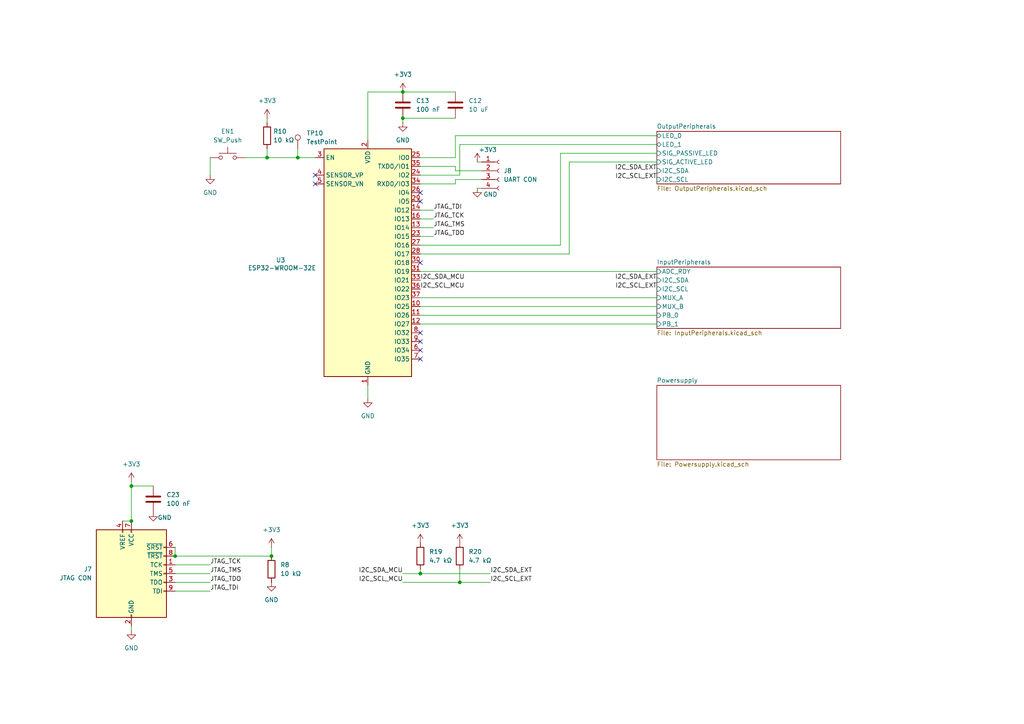
<source format=kicad_sch>
(kicad_sch
	(version 20231120)
	(generator "eeschema")
	(generator_version "8.0")
	(uuid "5772fade-5f5a-4b33-b088-e12fff8be0e3")
	(paper "A4")
	(title_block
		(title "BaseBoard")
	)
	(lib_symbols
		(symbol "Connector:AVR-JTAG-10"
			(pin_names
				(offset 1.016)
			)
			(exclude_from_sim no)
			(in_bom yes)
			(on_board yes)
			(property "Reference" "J"
				(at -8.89 13.97 0)
				(effects
					(font
						(size 1.27 1.27)
					)
					(justify left)
				)
			)
			(property "Value" "AVR-JTAG-10"
				(at 1.27 13.97 0)
				(effects
					(font
						(size 1.27 1.27)
					)
					(justify left)
				)
			)
			(property "Footprint" ""
				(at -3.81 3.81 90)
				(effects
					(font
						(size 1.27 1.27)
					)
					(hide yes)
				)
			)
			(property "Datasheet" "~"
				(at -32.385 -13.97 0)
				(effects
					(font
						(size 1.27 1.27)
					)
					(hide yes)
				)
			)
			(property "Description" "Atmel 10-pin JTAG connector"
				(at 0 0 0)
				(effects
					(font
						(size 1.27 1.27)
					)
					(hide yes)
				)
			)
			(property "ki_keywords" "AVR JTAG Connector"
				(at 0 0 0)
				(effects
					(font
						(size 1.27 1.27)
					)
					(hide yes)
				)
			)
			(property "ki_fp_filters" "IDC?Header*2x05* Pin?Header*2x05*"
				(at 0 0 0)
				(effects
					(font
						(size 1.27 1.27)
					)
					(hide yes)
				)
			)
			(symbol "AVR-JTAG-10_0_1"
				(rectangle
					(start -2.667 12.7)
					(end -2.413 11.938)
					(stroke
						(width 0)
						(type default)
					)
					(fill
						(type none)
					)
				)
				(rectangle
					(start -0.127 -11.938)
					(end 0.127 -12.7)
					(stroke
						(width 0)
						(type default)
					)
					(fill
						(type none)
					)
				)
				(rectangle
					(start -0.127 12.7)
					(end 0.127 11.938)
					(stroke
						(width 0)
						(type default)
					)
					(fill
						(type none)
					)
				)
				(rectangle
					(start 10.16 -4.953)
					(end 9.398 -5.207)
					(stroke
						(width 0)
						(type default)
					)
					(fill
						(type none)
					)
				)
				(rectangle
					(start 10.16 -2.413)
					(end 9.398 -2.667)
					(stroke
						(width 0)
						(type default)
					)
					(fill
						(type none)
					)
				)
				(rectangle
					(start 10.16 0.127)
					(end 9.398 -0.127)
					(stroke
						(width 0)
						(type default)
					)
					(fill
						(type none)
					)
				)
				(rectangle
					(start 10.16 2.667)
					(end 9.398 2.413)
					(stroke
						(width 0)
						(type default)
					)
					(fill
						(type none)
					)
				)
				(rectangle
					(start 10.16 5.207)
					(end 9.398 4.953)
					(stroke
						(width 0)
						(type default)
					)
					(fill
						(type none)
					)
				)
				(rectangle
					(start 10.16 7.747)
					(end 9.398 7.493)
					(stroke
						(width 0)
						(type default)
					)
					(fill
						(type none)
					)
				)
				(rectangle
					(start 10.16 12.7)
					(end -10.16 -12.7)
					(stroke
						(width 0.254)
						(type default)
					)
					(fill
						(type background)
					)
				)
			)
			(symbol "AVR-JTAG-10_1_1"
				(pin passive line
					(at 12.7 2.54 180)
					(length 2.54)
					(name "TCK"
						(effects
							(font
								(size 1.27 1.27)
							)
						)
					)
					(number "1"
						(effects
							(font
								(size 1.27 1.27)
							)
						)
					)
				)
				(pin passive line
					(at 0 -15.24 90)
					(length 2.54) hide
					(name "GND"
						(effects
							(font
								(size 1.27 1.27)
							)
						)
					)
					(number "10"
						(effects
							(font
								(size 1.27 1.27)
							)
						)
					)
				)
				(pin passive line
					(at 0 -15.24 90)
					(length 2.54)
					(name "GND"
						(effects
							(font
								(size 1.27 1.27)
							)
						)
					)
					(number "2"
						(effects
							(font
								(size 1.27 1.27)
							)
						)
					)
				)
				(pin passive line
					(at 12.7 -2.54 180)
					(length 2.54)
					(name "TDO"
						(effects
							(font
								(size 1.27 1.27)
							)
						)
					)
					(number "3"
						(effects
							(font
								(size 1.27 1.27)
							)
						)
					)
				)
				(pin passive line
					(at -2.54 15.24 270)
					(length 2.54)
					(name "VREF"
						(effects
							(font
								(size 1.27 1.27)
							)
						)
					)
					(number "4"
						(effects
							(font
								(size 1.27 1.27)
							)
						)
					)
				)
				(pin passive line
					(at 12.7 0 180)
					(length 2.54)
					(name "TMS"
						(effects
							(font
								(size 1.27 1.27)
							)
						)
					)
					(number "5"
						(effects
							(font
								(size 1.27 1.27)
							)
						)
					)
				)
				(pin passive line
					(at 12.7 7.62 180)
					(length 2.54)
					(name "~{SRST}"
						(effects
							(font
								(size 1.27 1.27)
							)
						)
					)
					(number "6"
						(effects
							(font
								(size 1.27 1.27)
							)
						)
					)
				)
				(pin passive line
					(at 0 15.24 270)
					(length 2.54)
					(name "VCC"
						(effects
							(font
								(size 1.27 1.27)
							)
						)
					)
					(number "7"
						(effects
							(font
								(size 1.27 1.27)
							)
						)
					)
				)
				(pin passive line
					(at 12.7 5.08 180)
					(length 2.54)
					(name "~{TRST}"
						(effects
							(font
								(size 1.27 1.27)
							)
						)
					)
					(number "8"
						(effects
							(font
								(size 1.27 1.27)
							)
						)
					)
				)
				(pin passive line
					(at 12.7 -5.08 180)
					(length 2.54)
					(name "TDI"
						(effects
							(font
								(size 1.27 1.27)
							)
						)
					)
					(number "9"
						(effects
							(font
								(size 1.27 1.27)
							)
						)
					)
				)
			)
		)
		(symbol "Connector:Conn_01x04_Socket"
			(pin_names
				(offset 1.016) hide)
			(exclude_from_sim no)
			(in_bom yes)
			(on_board yes)
			(property "Reference" "J"
				(at 0 5.08 0)
				(effects
					(font
						(size 1.27 1.27)
					)
				)
			)
			(property "Value" "Conn_01x04_Socket"
				(at 0 -7.62 0)
				(effects
					(font
						(size 1.27 1.27)
					)
				)
			)
			(property "Footprint" ""
				(at 0 0 0)
				(effects
					(font
						(size 1.27 1.27)
					)
					(hide yes)
				)
			)
			(property "Datasheet" "~"
				(at 0 0 0)
				(effects
					(font
						(size 1.27 1.27)
					)
					(hide yes)
				)
			)
			(property "Description" "Generic connector, single row, 01x04, script generated"
				(at 0 0 0)
				(effects
					(font
						(size 1.27 1.27)
					)
					(hide yes)
				)
			)
			(property "ki_locked" ""
				(at 0 0 0)
				(effects
					(font
						(size 1.27 1.27)
					)
				)
			)
			(property "ki_keywords" "connector"
				(at 0 0 0)
				(effects
					(font
						(size 1.27 1.27)
					)
					(hide yes)
				)
			)
			(property "ki_fp_filters" "Connector*:*_1x??_*"
				(at 0 0 0)
				(effects
					(font
						(size 1.27 1.27)
					)
					(hide yes)
				)
			)
			(symbol "Conn_01x04_Socket_1_1"
				(arc
					(start 0 -4.572)
					(mid -0.5058 -5.08)
					(end 0 -5.588)
					(stroke
						(width 0.1524)
						(type default)
					)
					(fill
						(type none)
					)
				)
				(arc
					(start 0 -2.032)
					(mid -0.5058 -2.54)
					(end 0 -3.048)
					(stroke
						(width 0.1524)
						(type default)
					)
					(fill
						(type none)
					)
				)
				(polyline
					(pts
						(xy -1.27 -5.08) (xy -0.508 -5.08)
					)
					(stroke
						(width 0.1524)
						(type default)
					)
					(fill
						(type none)
					)
				)
				(polyline
					(pts
						(xy -1.27 -2.54) (xy -0.508 -2.54)
					)
					(stroke
						(width 0.1524)
						(type default)
					)
					(fill
						(type none)
					)
				)
				(polyline
					(pts
						(xy -1.27 0) (xy -0.508 0)
					)
					(stroke
						(width 0.1524)
						(type default)
					)
					(fill
						(type none)
					)
				)
				(polyline
					(pts
						(xy -1.27 2.54) (xy -0.508 2.54)
					)
					(stroke
						(width 0.1524)
						(type default)
					)
					(fill
						(type none)
					)
				)
				(arc
					(start 0 0.508)
					(mid -0.5058 0)
					(end 0 -0.508)
					(stroke
						(width 0.1524)
						(type default)
					)
					(fill
						(type none)
					)
				)
				(arc
					(start 0 3.048)
					(mid -0.5058 2.54)
					(end 0 2.032)
					(stroke
						(width 0.1524)
						(type default)
					)
					(fill
						(type none)
					)
				)
				(pin passive line
					(at -5.08 2.54 0)
					(length 3.81)
					(name "Pin_1"
						(effects
							(font
								(size 1.27 1.27)
							)
						)
					)
					(number "1"
						(effects
							(font
								(size 1.27 1.27)
							)
						)
					)
				)
				(pin passive line
					(at -5.08 0 0)
					(length 3.81)
					(name "Pin_2"
						(effects
							(font
								(size 1.27 1.27)
							)
						)
					)
					(number "2"
						(effects
							(font
								(size 1.27 1.27)
							)
						)
					)
				)
				(pin passive line
					(at -5.08 -2.54 0)
					(length 3.81)
					(name "Pin_3"
						(effects
							(font
								(size 1.27 1.27)
							)
						)
					)
					(number "3"
						(effects
							(font
								(size 1.27 1.27)
							)
						)
					)
				)
				(pin passive line
					(at -5.08 -5.08 0)
					(length 3.81)
					(name "Pin_4"
						(effects
							(font
								(size 1.27 1.27)
							)
						)
					)
					(number "4"
						(effects
							(font
								(size 1.27 1.27)
							)
						)
					)
				)
			)
		)
		(symbol "Connector:TestPoint"
			(pin_numbers hide)
			(pin_names
				(offset 0.762) hide)
			(exclude_from_sim no)
			(in_bom yes)
			(on_board yes)
			(property "Reference" "TP"
				(at 0 6.858 0)
				(effects
					(font
						(size 1.27 1.27)
					)
				)
			)
			(property "Value" "TestPoint"
				(at 0 5.08 0)
				(effects
					(font
						(size 1.27 1.27)
					)
				)
			)
			(property "Footprint" ""
				(at 5.08 0 0)
				(effects
					(font
						(size 1.27 1.27)
					)
					(hide yes)
				)
			)
			(property "Datasheet" "~"
				(at 5.08 0 0)
				(effects
					(font
						(size 1.27 1.27)
					)
					(hide yes)
				)
			)
			(property "Description" "test point"
				(at 0 0 0)
				(effects
					(font
						(size 1.27 1.27)
					)
					(hide yes)
				)
			)
			(property "ki_keywords" "test point tp"
				(at 0 0 0)
				(effects
					(font
						(size 1.27 1.27)
					)
					(hide yes)
				)
			)
			(property "ki_fp_filters" "Pin* Test*"
				(at 0 0 0)
				(effects
					(font
						(size 1.27 1.27)
					)
					(hide yes)
				)
			)
			(symbol "TestPoint_0_1"
				(circle
					(center 0 3.302)
					(radius 0.762)
					(stroke
						(width 0)
						(type default)
					)
					(fill
						(type none)
					)
				)
			)
			(symbol "TestPoint_1_1"
				(pin passive line
					(at 0 0 90)
					(length 2.54)
					(name "1"
						(effects
							(font
								(size 1.27 1.27)
							)
						)
					)
					(number "1"
						(effects
							(font
								(size 1.27 1.27)
							)
						)
					)
				)
			)
		)
		(symbol "Device:C"
			(pin_numbers hide)
			(pin_names
				(offset 0.254)
			)
			(exclude_from_sim no)
			(in_bom yes)
			(on_board yes)
			(property "Reference" "C"
				(at 0.635 2.54 0)
				(effects
					(font
						(size 1.27 1.27)
					)
					(justify left)
				)
			)
			(property "Value" "C"
				(at 0.635 -2.54 0)
				(effects
					(font
						(size 1.27 1.27)
					)
					(justify left)
				)
			)
			(property "Footprint" ""
				(at 0.9652 -3.81 0)
				(effects
					(font
						(size 1.27 1.27)
					)
					(hide yes)
				)
			)
			(property "Datasheet" "~"
				(at 0 0 0)
				(effects
					(font
						(size 1.27 1.27)
					)
					(hide yes)
				)
			)
			(property "Description" "Unpolarized capacitor"
				(at 0 0 0)
				(effects
					(font
						(size 1.27 1.27)
					)
					(hide yes)
				)
			)
			(property "ki_keywords" "cap capacitor"
				(at 0 0 0)
				(effects
					(font
						(size 1.27 1.27)
					)
					(hide yes)
				)
			)
			(property "ki_fp_filters" "C_*"
				(at 0 0 0)
				(effects
					(font
						(size 1.27 1.27)
					)
					(hide yes)
				)
			)
			(symbol "C_0_1"
				(polyline
					(pts
						(xy -2.032 -0.762) (xy 2.032 -0.762)
					)
					(stroke
						(width 0.508)
						(type default)
					)
					(fill
						(type none)
					)
				)
				(polyline
					(pts
						(xy -2.032 0.762) (xy 2.032 0.762)
					)
					(stroke
						(width 0.508)
						(type default)
					)
					(fill
						(type none)
					)
				)
			)
			(symbol "C_1_1"
				(pin passive line
					(at 0 3.81 270)
					(length 2.794)
					(name "~"
						(effects
							(font
								(size 1.27 1.27)
							)
						)
					)
					(number "1"
						(effects
							(font
								(size 1.27 1.27)
							)
						)
					)
				)
				(pin passive line
					(at 0 -3.81 90)
					(length 2.794)
					(name "~"
						(effects
							(font
								(size 1.27 1.27)
							)
						)
					)
					(number "2"
						(effects
							(font
								(size 1.27 1.27)
							)
						)
					)
				)
			)
		)
		(symbol "Device:R"
			(pin_numbers hide)
			(pin_names
				(offset 0)
			)
			(exclude_from_sim no)
			(in_bom yes)
			(on_board yes)
			(property "Reference" "R"
				(at 2.032 0 90)
				(effects
					(font
						(size 1.27 1.27)
					)
				)
			)
			(property "Value" "R"
				(at 0 0 90)
				(effects
					(font
						(size 1.27 1.27)
					)
				)
			)
			(property "Footprint" ""
				(at -1.778 0 90)
				(effects
					(font
						(size 1.27 1.27)
					)
					(hide yes)
				)
			)
			(property "Datasheet" "~"
				(at 0 0 0)
				(effects
					(font
						(size 1.27 1.27)
					)
					(hide yes)
				)
			)
			(property "Description" "Resistor"
				(at 0 0 0)
				(effects
					(font
						(size 1.27 1.27)
					)
					(hide yes)
				)
			)
			(property "ki_keywords" "R res resistor"
				(at 0 0 0)
				(effects
					(font
						(size 1.27 1.27)
					)
					(hide yes)
				)
			)
			(property "ki_fp_filters" "R_*"
				(at 0 0 0)
				(effects
					(font
						(size 1.27 1.27)
					)
					(hide yes)
				)
			)
			(symbol "R_0_1"
				(rectangle
					(start -1.016 -2.54)
					(end 1.016 2.54)
					(stroke
						(width 0.254)
						(type default)
					)
					(fill
						(type none)
					)
				)
			)
			(symbol "R_1_1"
				(pin passive line
					(at 0 3.81 270)
					(length 1.27)
					(name "~"
						(effects
							(font
								(size 1.27 1.27)
							)
						)
					)
					(number "1"
						(effects
							(font
								(size 1.27 1.27)
							)
						)
					)
				)
				(pin passive line
					(at 0 -3.81 90)
					(length 1.27)
					(name "~"
						(effects
							(font
								(size 1.27 1.27)
							)
						)
					)
					(number "2"
						(effects
							(font
								(size 1.27 1.27)
							)
						)
					)
				)
			)
		)
		(symbol "RF_Module:ESP32-WROOM-32E"
			(exclude_from_sim no)
			(in_bom yes)
			(on_board yes)
			(property "Reference" "U"
				(at -12.7 34.29 0)
				(effects
					(font
						(size 1.27 1.27)
					)
					(justify left)
				)
			)
			(property "Value" "ESP32-WROOM-32E"
				(at 1.27 34.29 0)
				(effects
					(font
						(size 1.27 1.27)
					)
					(justify left)
				)
			)
			(property "Footprint" "RF_Module:ESP32-WROOM-32D"
				(at 16.51 -34.29 0)
				(effects
					(font
						(size 1.27 1.27)
					)
					(hide yes)
				)
			)
			(property "Datasheet" "https://www.espressif.com/sites/default/files/documentation/esp32-wroom-32e_esp32-wroom-32ue_datasheet_en.pdf"
				(at 0 0 0)
				(effects
					(font
						(size 1.27 1.27)
					)
					(hide yes)
				)
			)
			(property "Description" "RF Module, ESP32-D0WD-V3 SoC, without PSRAM, Wi-Fi 802.11b/g/n, Bluetooth, BLE, 32-bit, 2.7-3.6V, onboard antenna, SMD"
				(at 0 0 0)
				(effects
					(font
						(size 1.27 1.27)
					)
					(hide yes)
				)
			)
			(property "ki_keywords" "RF Radio BT ESP ESP32 Espressif onboard PCB antenna"
				(at 0 0 0)
				(effects
					(font
						(size 1.27 1.27)
					)
					(hide yes)
				)
			)
			(property "ki_fp_filters" "ESP32?WROOM?32D*"
				(at 0 0 0)
				(effects
					(font
						(size 1.27 1.27)
					)
					(hide yes)
				)
			)
			(symbol "ESP32-WROOM-32E_0_1"
				(rectangle
					(start -12.7 33.02)
					(end 12.7 -33.02)
					(stroke
						(width 0.254)
						(type default)
					)
					(fill
						(type background)
					)
				)
			)
			(symbol "ESP32-WROOM-32E_1_1"
				(pin power_in line
					(at 0 -35.56 90)
					(length 2.54)
					(name "GND"
						(effects
							(font
								(size 1.27 1.27)
							)
						)
					)
					(number "1"
						(effects
							(font
								(size 1.27 1.27)
							)
						)
					)
				)
				(pin bidirectional line
					(at 15.24 -12.7 180)
					(length 2.54)
					(name "IO25"
						(effects
							(font
								(size 1.27 1.27)
							)
						)
					)
					(number "10"
						(effects
							(font
								(size 1.27 1.27)
							)
						)
					)
				)
				(pin bidirectional line
					(at 15.24 -15.24 180)
					(length 2.54)
					(name "IO26"
						(effects
							(font
								(size 1.27 1.27)
							)
						)
					)
					(number "11"
						(effects
							(font
								(size 1.27 1.27)
							)
						)
					)
				)
				(pin bidirectional line
					(at 15.24 -17.78 180)
					(length 2.54)
					(name "IO27"
						(effects
							(font
								(size 1.27 1.27)
							)
						)
					)
					(number "12"
						(effects
							(font
								(size 1.27 1.27)
							)
						)
					)
				)
				(pin bidirectional line
					(at 15.24 10.16 180)
					(length 2.54)
					(name "IO14"
						(effects
							(font
								(size 1.27 1.27)
							)
						)
					)
					(number "13"
						(effects
							(font
								(size 1.27 1.27)
							)
						)
					)
				)
				(pin bidirectional line
					(at 15.24 15.24 180)
					(length 2.54)
					(name "IO12"
						(effects
							(font
								(size 1.27 1.27)
							)
						)
					)
					(number "14"
						(effects
							(font
								(size 1.27 1.27)
							)
						)
					)
				)
				(pin passive line
					(at 0 -35.56 90)
					(length 2.54) hide
					(name "GND"
						(effects
							(font
								(size 1.27 1.27)
							)
						)
					)
					(number "15"
						(effects
							(font
								(size 1.27 1.27)
							)
						)
					)
				)
				(pin bidirectional line
					(at 15.24 12.7 180)
					(length 2.54)
					(name "IO13"
						(effects
							(font
								(size 1.27 1.27)
							)
						)
					)
					(number "16"
						(effects
							(font
								(size 1.27 1.27)
							)
						)
					)
				)
				(pin no_connect line
					(at -12.7 -5.08 0)
					(length 2.54) hide
					(name "NC"
						(effects
							(font
								(size 1.27 1.27)
							)
						)
					)
					(number "17"
						(effects
							(font
								(size 1.27 1.27)
							)
						)
					)
				)
				(pin no_connect line
					(at -12.7 -7.62 0)
					(length 2.54) hide
					(name "NC"
						(effects
							(font
								(size 1.27 1.27)
							)
						)
					)
					(number "18"
						(effects
							(font
								(size 1.27 1.27)
							)
						)
					)
				)
				(pin no_connect line
					(at -12.7 -12.7 0)
					(length 2.54) hide
					(name "NC"
						(effects
							(font
								(size 1.27 1.27)
							)
						)
					)
					(number "19"
						(effects
							(font
								(size 1.27 1.27)
							)
						)
					)
				)
				(pin power_in line
					(at 0 35.56 270)
					(length 2.54)
					(name "VDD"
						(effects
							(font
								(size 1.27 1.27)
							)
						)
					)
					(number "2"
						(effects
							(font
								(size 1.27 1.27)
							)
						)
					)
				)
				(pin no_connect line
					(at -12.7 -10.16 0)
					(length 2.54) hide
					(name "NC"
						(effects
							(font
								(size 1.27 1.27)
							)
						)
					)
					(number "20"
						(effects
							(font
								(size 1.27 1.27)
							)
						)
					)
				)
				(pin no_connect line
					(at -12.7 0 0)
					(length 2.54) hide
					(name "NC"
						(effects
							(font
								(size 1.27 1.27)
							)
						)
					)
					(number "21"
						(effects
							(font
								(size 1.27 1.27)
							)
						)
					)
				)
				(pin no_connect line
					(at -12.7 -2.54 0)
					(length 2.54) hide
					(name "NC"
						(effects
							(font
								(size 1.27 1.27)
							)
						)
					)
					(number "22"
						(effects
							(font
								(size 1.27 1.27)
							)
						)
					)
				)
				(pin bidirectional line
					(at 15.24 7.62 180)
					(length 2.54)
					(name "IO15"
						(effects
							(font
								(size 1.27 1.27)
							)
						)
					)
					(number "23"
						(effects
							(font
								(size 1.27 1.27)
							)
						)
					)
				)
				(pin bidirectional line
					(at 15.24 25.4 180)
					(length 2.54)
					(name "IO2"
						(effects
							(font
								(size 1.27 1.27)
							)
						)
					)
					(number "24"
						(effects
							(font
								(size 1.27 1.27)
							)
						)
					)
				)
				(pin bidirectional line
					(at 15.24 30.48 180)
					(length 2.54)
					(name "IO0"
						(effects
							(font
								(size 1.27 1.27)
							)
						)
					)
					(number "25"
						(effects
							(font
								(size 1.27 1.27)
							)
						)
					)
				)
				(pin bidirectional line
					(at 15.24 20.32 180)
					(length 2.54)
					(name "IO4"
						(effects
							(font
								(size 1.27 1.27)
							)
						)
					)
					(number "26"
						(effects
							(font
								(size 1.27 1.27)
							)
						)
					)
				)
				(pin bidirectional line
					(at 15.24 5.08 180)
					(length 2.54)
					(name "IO16"
						(effects
							(font
								(size 1.27 1.27)
							)
						)
					)
					(number "27"
						(effects
							(font
								(size 1.27 1.27)
							)
						)
					)
				)
				(pin bidirectional line
					(at 15.24 2.54 180)
					(length 2.54)
					(name "IO17"
						(effects
							(font
								(size 1.27 1.27)
							)
						)
					)
					(number "28"
						(effects
							(font
								(size 1.27 1.27)
							)
						)
					)
				)
				(pin bidirectional line
					(at 15.24 17.78 180)
					(length 2.54)
					(name "IO5"
						(effects
							(font
								(size 1.27 1.27)
							)
						)
					)
					(number "29"
						(effects
							(font
								(size 1.27 1.27)
							)
						)
					)
				)
				(pin input line
					(at -15.24 30.48 0)
					(length 2.54)
					(name "EN"
						(effects
							(font
								(size 1.27 1.27)
							)
						)
					)
					(number "3"
						(effects
							(font
								(size 1.27 1.27)
							)
						)
					)
				)
				(pin bidirectional line
					(at 15.24 0 180)
					(length 2.54)
					(name "IO18"
						(effects
							(font
								(size 1.27 1.27)
							)
						)
					)
					(number "30"
						(effects
							(font
								(size 1.27 1.27)
							)
						)
					)
				)
				(pin bidirectional line
					(at 15.24 -2.54 180)
					(length 2.54)
					(name "IO19"
						(effects
							(font
								(size 1.27 1.27)
							)
						)
					)
					(number "31"
						(effects
							(font
								(size 1.27 1.27)
							)
						)
					)
				)
				(pin no_connect line
					(at -12.7 -27.94 0)
					(length 2.54) hide
					(name "NC"
						(effects
							(font
								(size 1.27 1.27)
							)
						)
					)
					(number "32"
						(effects
							(font
								(size 1.27 1.27)
							)
						)
					)
				)
				(pin bidirectional line
					(at 15.24 -5.08 180)
					(length 2.54)
					(name "IO21"
						(effects
							(font
								(size 1.27 1.27)
							)
						)
					)
					(number "33"
						(effects
							(font
								(size 1.27 1.27)
							)
						)
					)
				)
				(pin bidirectional line
					(at 15.24 22.86 180)
					(length 2.54)
					(name "RXD0/IO3"
						(effects
							(font
								(size 1.27 1.27)
							)
						)
					)
					(number "34"
						(effects
							(font
								(size 1.27 1.27)
							)
						)
					)
				)
				(pin bidirectional line
					(at 15.24 27.94 180)
					(length 2.54)
					(name "TXD0/IO1"
						(effects
							(font
								(size 1.27 1.27)
							)
						)
					)
					(number "35"
						(effects
							(font
								(size 1.27 1.27)
							)
						)
					)
				)
				(pin bidirectional line
					(at 15.24 -7.62 180)
					(length 2.54)
					(name "IO22"
						(effects
							(font
								(size 1.27 1.27)
							)
						)
					)
					(number "36"
						(effects
							(font
								(size 1.27 1.27)
							)
						)
					)
				)
				(pin bidirectional line
					(at 15.24 -10.16 180)
					(length 2.54)
					(name "IO23"
						(effects
							(font
								(size 1.27 1.27)
							)
						)
					)
					(number "37"
						(effects
							(font
								(size 1.27 1.27)
							)
						)
					)
				)
				(pin passive line
					(at 0 -35.56 90)
					(length 2.54) hide
					(name "GND"
						(effects
							(font
								(size 1.27 1.27)
							)
						)
					)
					(number "38"
						(effects
							(font
								(size 1.27 1.27)
							)
						)
					)
				)
				(pin passive line
					(at 0 -35.56 90)
					(length 2.54) hide
					(name "GND"
						(effects
							(font
								(size 1.27 1.27)
							)
						)
					)
					(number "39"
						(effects
							(font
								(size 1.27 1.27)
							)
						)
					)
				)
				(pin input line
					(at -15.24 25.4 0)
					(length 2.54)
					(name "SENSOR_VP"
						(effects
							(font
								(size 1.27 1.27)
							)
						)
					)
					(number "4"
						(effects
							(font
								(size 1.27 1.27)
							)
						)
					)
				)
				(pin input line
					(at -15.24 22.86 0)
					(length 2.54)
					(name "SENSOR_VN"
						(effects
							(font
								(size 1.27 1.27)
							)
						)
					)
					(number "5"
						(effects
							(font
								(size 1.27 1.27)
							)
						)
					)
				)
				(pin input line
					(at 15.24 -25.4 180)
					(length 2.54)
					(name "IO34"
						(effects
							(font
								(size 1.27 1.27)
							)
						)
					)
					(number "6"
						(effects
							(font
								(size 1.27 1.27)
							)
						)
					)
				)
				(pin input line
					(at 15.24 -27.94 180)
					(length 2.54)
					(name "IO35"
						(effects
							(font
								(size 1.27 1.27)
							)
						)
					)
					(number "7"
						(effects
							(font
								(size 1.27 1.27)
							)
						)
					)
				)
				(pin bidirectional line
					(at 15.24 -20.32 180)
					(length 2.54)
					(name "IO32"
						(effects
							(font
								(size 1.27 1.27)
							)
						)
					)
					(number "8"
						(effects
							(font
								(size 1.27 1.27)
							)
						)
					)
				)
				(pin bidirectional line
					(at 15.24 -22.86 180)
					(length 2.54)
					(name "IO33"
						(effects
							(font
								(size 1.27 1.27)
							)
						)
					)
					(number "9"
						(effects
							(font
								(size 1.27 1.27)
							)
						)
					)
				)
			)
		)
		(symbol "Switch:SW_Push"
			(pin_numbers hide)
			(pin_names
				(offset 1.016) hide)
			(exclude_from_sim no)
			(in_bom yes)
			(on_board yes)
			(property "Reference" "SW"
				(at 1.27 2.54 0)
				(effects
					(font
						(size 1.27 1.27)
					)
					(justify left)
				)
			)
			(property "Value" "SW_Push"
				(at 0 -1.524 0)
				(effects
					(font
						(size 1.27 1.27)
					)
				)
			)
			(property "Footprint" ""
				(at 0 5.08 0)
				(effects
					(font
						(size 1.27 1.27)
					)
					(hide yes)
				)
			)
			(property "Datasheet" "~"
				(at 0 5.08 0)
				(effects
					(font
						(size 1.27 1.27)
					)
					(hide yes)
				)
			)
			(property "Description" "Push button switch, generic, two pins"
				(at 0 0 0)
				(effects
					(font
						(size 1.27 1.27)
					)
					(hide yes)
				)
			)
			(property "ki_keywords" "switch normally-open pushbutton push-button"
				(at 0 0 0)
				(effects
					(font
						(size 1.27 1.27)
					)
					(hide yes)
				)
			)
			(symbol "SW_Push_0_1"
				(circle
					(center -2.032 0)
					(radius 0.508)
					(stroke
						(width 0)
						(type default)
					)
					(fill
						(type none)
					)
				)
				(polyline
					(pts
						(xy 0 1.27) (xy 0 3.048)
					)
					(stroke
						(width 0)
						(type default)
					)
					(fill
						(type none)
					)
				)
				(polyline
					(pts
						(xy 2.54 1.27) (xy -2.54 1.27)
					)
					(stroke
						(width 0)
						(type default)
					)
					(fill
						(type none)
					)
				)
				(circle
					(center 2.032 0)
					(radius 0.508)
					(stroke
						(width 0)
						(type default)
					)
					(fill
						(type none)
					)
				)
				(pin passive line
					(at -5.08 0 0)
					(length 2.54)
					(name "1"
						(effects
							(font
								(size 1.27 1.27)
							)
						)
					)
					(number "1"
						(effects
							(font
								(size 1.27 1.27)
							)
						)
					)
				)
				(pin passive line
					(at 5.08 0 180)
					(length 2.54)
					(name "2"
						(effects
							(font
								(size 1.27 1.27)
							)
						)
					)
					(number "2"
						(effects
							(font
								(size 1.27 1.27)
							)
						)
					)
				)
			)
		)
		(symbol "power:+3V3"
			(power)
			(pin_numbers hide)
			(pin_names
				(offset 0) hide)
			(exclude_from_sim no)
			(in_bom yes)
			(on_board yes)
			(property "Reference" "#PWR"
				(at 0 -3.81 0)
				(effects
					(font
						(size 1.27 1.27)
					)
					(hide yes)
				)
			)
			(property "Value" "+3V3"
				(at 0 3.556 0)
				(effects
					(font
						(size 1.27 1.27)
					)
				)
			)
			(property "Footprint" ""
				(at 0 0 0)
				(effects
					(font
						(size 1.27 1.27)
					)
					(hide yes)
				)
			)
			(property "Datasheet" ""
				(at 0 0 0)
				(effects
					(font
						(size 1.27 1.27)
					)
					(hide yes)
				)
			)
			(property "Description" "Power symbol creates a global label with name \"+3V3\""
				(at 0 0 0)
				(effects
					(font
						(size 1.27 1.27)
					)
					(hide yes)
				)
			)
			(property "ki_keywords" "global power"
				(at 0 0 0)
				(effects
					(font
						(size 1.27 1.27)
					)
					(hide yes)
				)
			)
			(symbol "+3V3_0_1"
				(polyline
					(pts
						(xy -0.762 1.27) (xy 0 2.54)
					)
					(stroke
						(width 0)
						(type default)
					)
					(fill
						(type none)
					)
				)
				(polyline
					(pts
						(xy 0 0) (xy 0 2.54)
					)
					(stroke
						(width 0)
						(type default)
					)
					(fill
						(type none)
					)
				)
				(polyline
					(pts
						(xy 0 2.54) (xy 0.762 1.27)
					)
					(stroke
						(width 0)
						(type default)
					)
					(fill
						(type none)
					)
				)
			)
			(symbol "+3V3_1_1"
				(pin power_in line
					(at 0 0 90)
					(length 0)
					(name "~"
						(effects
							(font
								(size 1.27 1.27)
							)
						)
					)
					(number "1"
						(effects
							(font
								(size 1.27 1.27)
							)
						)
					)
				)
			)
		)
		(symbol "power:GND"
			(power)
			(pin_numbers hide)
			(pin_names
				(offset 0) hide)
			(exclude_from_sim no)
			(in_bom yes)
			(on_board yes)
			(property "Reference" "#PWR"
				(at 0 -6.35 0)
				(effects
					(font
						(size 1.27 1.27)
					)
					(hide yes)
				)
			)
			(property "Value" "GND"
				(at 0 -3.81 0)
				(effects
					(font
						(size 1.27 1.27)
					)
				)
			)
			(property "Footprint" ""
				(at 0 0 0)
				(effects
					(font
						(size 1.27 1.27)
					)
					(hide yes)
				)
			)
			(property "Datasheet" ""
				(at 0 0 0)
				(effects
					(font
						(size 1.27 1.27)
					)
					(hide yes)
				)
			)
			(property "Description" "Power symbol creates a global label with name \"GND\" , ground"
				(at 0 0 0)
				(effects
					(font
						(size 1.27 1.27)
					)
					(hide yes)
				)
			)
			(property "ki_keywords" "global power"
				(at 0 0 0)
				(effects
					(font
						(size 1.27 1.27)
					)
					(hide yes)
				)
			)
			(symbol "GND_0_1"
				(polyline
					(pts
						(xy 0 0) (xy 0 -1.27) (xy 1.27 -1.27) (xy 0 -2.54) (xy -1.27 -1.27) (xy 0 -1.27)
					)
					(stroke
						(width 0)
						(type default)
					)
					(fill
						(type none)
					)
				)
			)
			(symbol "GND_1_1"
				(pin power_in line
					(at 0 0 270)
					(length 0)
					(name "~"
						(effects
							(font
								(size 1.27 1.27)
							)
						)
					)
					(number "1"
						(effects
							(font
								(size 1.27 1.27)
							)
						)
					)
				)
			)
		)
	)
	(junction
		(at 50.8 161.29)
		(diameter 0)
		(color 0 0 0 0)
		(uuid "31664c63-4df4-4d1c-8044-2e627ff88662")
	)
	(junction
		(at 116.84 34.29)
		(diameter 0)
		(color 0 0 0 0)
		(uuid "68281930-6860-4953-aab0-00cb275384eb")
	)
	(junction
		(at 77.47 45.72)
		(diameter 0)
		(color 0 0 0 0)
		(uuid "70755566-6398-467a-9ae8-f53c10551085")
	)
	(junction
		(at 78.74 161.29)
		(diameter 0)
		(color 0 0 0 0)
		(uuid "8343ec21-5e90-46e9-b9fd-185d5a4eef0e")
	)
	(junction
		(at 133.35 168.91)
		(diameter 0)
		(color 0 0 0 0)
		(uuid "90134331-6783-4ea2-9b26-bd8830640a85")
	)
	(junction
		(at 38.1 151.13)
		(diameter 0)
		(color 0 0 0 0)
		(uuid "a315dd0e-292d-41da-8192-3fa86d534bad")
	)
	(junction
		(at 38.1 140.97)
		(diameter 0)
		(color 0 0 0 0)
		(uuid "c4f8c284-9054-4730-8fca-03f44630f41d")
	)
	(junction
		(at 86.36 45.72)
		(diameter 0)
		(color 0 0 0 0)
		(uuid "e3717290-55c3-47e7-b6f2-e1d53baebebf")
	)
	(junction
		(at 121.92 166.37)
		(diameter 0)
		(color 0 0 0 0)
		(uuid "febed921-813d-496a-b538-5789dcf4a336")
	)
	(junction
		(at 116.84 26.67)
		(diameter 0)
		(color 0 0 0 0)
		(uuid "ff048dfe-a806-4c32-8c98-07f347b3875e")
	)
	(no_connect
		(at 121.92 58.42)
		(uuid "1094be51-8d3c-4a60-8707-2f1816fd354c")
	)
	(no_connect
		(at 121.92 99.06)
		(uuid "300b8e39-5d3f-4fdf-8e90-90439bc8be7e")
	)
	(no_connect
		(at 121.92 76.2)
		(uuid "31a4583e-5f82-4efb-b12f-7344be66808e")
	)
	(no_connect
		(at 121.92 101.6)
		(uuid "5534eb23-345e-4275-9080-02675b211915")
	)
	(no_connect
		(at 91.44 50.8)
		(uuid "6fafe34d-c87b-4312-8092-0d2fb27c8266")
	)
	(no_connect
		(at 121.92 104.14)
		(uuid "7bae089d-911c-4508-b3ab-3e7a3d45ee13")
	)
	(no_connect
		(at 121.92 96.52)
		(uuid "9f42e9b5-1015-4600-b277-8022e4f40e66")
	)
	(no_connect
		(at 91.44 53.34)
		(uuid "be8c8354-820f-4e07-afff-64f0fccc365a")
	)
	(no_connect
		(at 121.92 55.88)
		(uuid "eabde915-d218-47df-9d97-1df7fa809fc2")
	)
	(wire
		(pts
			(xy 50.8 158.75) (xy 50.8 161.29)
		)
		(stroke
			(width 0)
			(type default)
		)
		(uuid "03c8f90c-084f-49a3-b809-6cb27bda1cc3")
	)
	(wire
		(pts
			(xy 121.92 78.74) (xy 190.5 78.74)
		)
		(stroke
			(width 0)
			(type default)
		)
		(uuid "0609457a-58ee-408d-b68b-28160409e89d")
	)
	(wire
		(pts
			(xy 116.84 34.29) (xy 116.84 35.56)
		)
		(stroke
			(width 0)
			(type default)
		)
		(uuid "0873c4d7-17cf-43f3-9afc-d2a67f89ab6f")
	)
	(wire
		(pts
			(xy 77.47 43.18) (xy 77.47 45.72)
		)
		(stroke
			(width 0)
			(type default)
		)
		(uuid "0b5792dd-00dc-400a-ac0d-fd7bed19786a")
	)
	(wire
		(pts
			(xy 121.92 73.66) (xy 165.1 73.66)
		)
		(stroke
			(width 0)
			(type default)
		)
		(uuid "0ef65004-5056-415b-a2ba-1a01af5c74c1")
	)
	(wire
		(pts
			(xy 133.35 41.91) (xy 190.5 41.91)
		)
		(stroke
			(width 0)
			(type default)
		)
		(uuid "163df7c4-8f22-4bc2-95fa-1cc4713e2d53")
	)
	(wire
		(pts
			(xy 133.35 168.91) (xy 142.24 168.91)
		)
		(stroke
			(width 0)
			(type default)
		)
		(uuid "189405ac-4187-4a58-a859-b9dd5d0520fc")
	)
	(wire
		(pts
			(xy 121.92 50.8) (xy 133.35 50.8)
		)
		(stroke
			(width 0)
			(type default)
		)
		(uuid "197c1252-80e2-4912-9101-10d575fd4b65")
	)
	(wire
		(pts
			(xy 132.08 39.37) (xy 190.5 39.37)
		)
		(stroke
			(width 0)
			(type default)
		)
		(uuid "1d64c056-b2ec-4bbb-a925-6607e7c25522")
	)
	(wire
		(pts
			(xy 121.92 165.1) (xy 121.92 166.37)
		)
		(stroke
			(width 0)
			(type default)
		)
		(uuid "224e929b-a17f-4202-9895-b377a88bb508")
	)
	(wire
		(pts
			(xy 116.84 26.67) (xy 106.68 26.67)
		)
		(stroke
			(width 0)
			(type default)
		)
		(uuid "23bce18e-4181-46f7-8ec1-bda7787ef77f")
	)
	(wire
		(pts
			(xy 162.56 44.45) (xy 162.56 71.12)
		)
		(stroke
			(width 0)
			(type default)
		)
		(uuid "27f3fdb5-fed9-454d-a342-0a6d01995fc8")
	)
	(wire
		(pts
			(xy 132.08 53.34) (xy 121.92 53.34)
		)
		(stroke
			(width 0)
			(type default)
		)
		(uuid "28530a30-3666-4683-9e49-9342f3b49fb0")
	)
	(wire
		(pts
			(xy 106.68 111.76) (xy 106.68 115.57)
		)
		(stroke
			(width 0)
			(type default)
		)
		(uuid "297c4226-e564-4d00-ba46-a8cd474fd5c8")
	)
	(wire
		(pts
			(xy 138.43 46.99) (xy 139.7 46.99)
		)
		(stroke
			(width 0)
			(type default)
		)
		(uuid "3430e198-fe48-418f-941e-da81c339dbbd")
	)
	(wire
		(pts
			(xy 116.84 168.91) (xy 133.35 168.91)
		)
		(stroke
			(width 0)
			(type default)
		)
		(uuid "363077a2-66d3-4b71-b623-2f28b8d6f176")
	)
	(wire
		(pts
			(xy 116.84 26.67) (xy 132.08 26.67)
		)
		(stroke
			(width 0)
			(type default)
		)
		(uuid "3cfe755f-9385-463d-930f-a139706012b5")
	)
	(wire
		(pts
			(xy 50.8 163.83) (xy 60.96 163.83)
		)
		(stroke
			(width 0)
			(type default)
		)
		(uuid "50448560-c962-47eb-a5d4-2a5a80dce812")
	)
	(wire
		(pts
			(xy 77.47 45.72) (xy 86.36 45.72)
		)
		(stroke
			(width 0)
			(type default)
		)
		(uuid "549ebc2c-cad1-4ab8-ab13-e1ed33e33ab8")
	)
	(wire
		(pts
			(xy 121.92 68.58) (xy 125.73 68.58)
		)
		(stroke
			(width 0)
			(type default)
		)
		(uuid "63b82328-cbed-4a0c-a2dc-2f31c145cb36")
	)
	(wire
		(pts
			(xy 121.92 86.36) (xy 190.5 86.36)
		)
		(stroke
			(width 0)
			(type default)
		)
		(uuid "646ce45f-b25a-4a04-ad1c-66d6f2a06638")
	)
	(wire
		(pts
			(xy 50.8 171.45) (xy 60.96 171.45)
		)
		(stroke
			(width 0)
			(type default)
		)
		(uuid "64f09da0-7405-43b4-aa58-b034c8cc27a1")
	)
	(wire
		(pts
			(xy 121.92 66.04) (xy 125.73 66.04)
		)
		(stroke
			(width 0)
			(type default)
		)
		(uuid "654a21a8-b768-4fd3-b6c0-33a0af70e881")
	)
	(wire
		(pts
			(xy 78.74 158.75) (xy 78.74 161.29)
		)
		(stroke
			(width 0)
			(type default)
		)
		(uuid "6b8db548-38f7-4053-b39d-8b451c46df2e")
	)
	(wire
		(pts
			(xy 106.68 26.67) (xy 106.68 40.64)
		)
		(stroke
			(width 0)
			(type default)
		)
		(uuid "6c789c06-599b-4d5b-b045-f7b8ed32b0a1")
	)
	(wire
		(pts
			(xy 121.92 71.12) (xy 162.56 71.12)
		)
		(stroke
			(width 0)
			(type default)
		)
		(uuid "6e281813-1382-495d-9a75-82e4bbe68d1c")
	)
	(wire
		(pts
			(xy 86.36 43.18) (xy 86.36 45.72)
		)
		(stroke
			(width 0)
			(type default)
		)
		(uuid "707dd113-96d2-455b-80e8-ecc9e067d1b5")
	)
	(wire
		(pts
			(xy 121.92 60.96) (xy 125.73 60.96)
		)
		(stroke
			(width 0)
			(type default)
		)
		(uuid "8665f29f-8992-4a4a-89f2-407365edfb10")
	)
	(wire
		(pts
			(xy 50.8 168.91) (xy 60.96 168.91)
		)
		(stroke
			(width 0)
			(type default)
		)
		(uuid "8caba0e8-c56f-4fa0-aa50-f03282fe3acf")
	)
	(wire
		(pts
			(xy 38.1 140.97) (xy 44.45 140.97)
		)
		(stroke
			(width 0)
			(type default)
		)
		(uuid "8f5155b1-ef7c-4137-9841-7bfa10d8652f")
	)
	(wire
		(pts
			(xy 121.92 93.98) (xy 190.5 93.98)
		)
		(stroke
			(width 0)
			(type default)
		)
		(uuid "92a41c4d-83ba-48e6-8a43-065b9ff92750")
	)
	(wire
		(pts
			(xy 133.35 50.8) (xy 133.35 41.91)
		)
		(stroke
			(width 0)
			(type default)
		)
		(uuid "9a455b4e-1b8b-4336-8020-c7b2aa37964c")
	)
	(wire
		(pts
			(xy 121.92 45.72) (xy 132.08 45.72)
		)
		(stroke
			(width 0)
			(type default)
		)
		(uuid "9aa5ad77-5439-468e-b176-7a7c17ca98ef")
	)
	(wire
		(pts
			(xy 190.5 44.45) (xy 162.56 44.45)
		)
		(stroke
			(width 0)
			(type default)
		)
		(uuid "9b4b415a-f1f6-4721-84c8-a918ed7cc7bd")
	)
	(wire
		(pts
			(xy 132.08 45.72) (xy 132.08 39.37)
		)
		(stroke
			(width 0)
			(type default)
		)
		(uuid "a1837d68-fd32-4405-8440-29c64ad2d4ab")
	)
	(wire
		(pts
			(xy 50.8 166.37) (xy 60.96 166.37)
		)
		(stroke
			(width 0)
			(type default)
		)
		(uuid "a31ba063-e279-4da8-aed3-d3fd726d066d")
	)
	(wire
		(pts
			(xy 121.92 91.44) (xy 190.5 91.44)
		)
		(stroke
			(width 0)
			(type default)
		)
		(uuid "a48bec67-5b0d-48f7-9b7a-bfc01567e929")
	)
	(wire
		(pts
			(xy 38.1 140.97) (xy 38.1 151.13)
		)
		(stroke
			(width 0)
			(type default)
		)
		(uuid "a7f6606a-5899-4f8a-8313-f25abf0181ce")
	)
	(wire
		(pts
			(xy 86.36 45.72) (xy 91.44 45.72)
		)
		(stroke
			(width 0)
			(type default)
		)
		(uuid "abfa82df-4eff-4999-a019-278fdabe1a84")
	)
	(wire
		(pts
			(xy 50.8 161.29) (xy 78.74 161.29)
		)
		(stroke
			(width 0)
			(type default)
		)
		(uuid "adbe8da3-0f63-479a-bbf6-1e2b443e1b41")
	)
	(wire
		(pts
			(xy 60.96 45.72) (xy 60.96 50.8)
		)
		(stroke
			(width 0)
			(type default)
		)
		(uuid "b1f35987-0ef2-448e-8723-297074b280e4")
	)
	(wire
		(pts
			(xy 116.84 166.37) (xy 121.92 166.37)
		)
		(stroke
			(width 0)
			(type default)
		)
		(uuid "b2e39e46-9170-4d3d-bc73-4c164d7badce")
	)
	(wire
		(pts
			(xy 38.1 139.7) (xy 38.1 140.97)
		)
		(stroke
			(width 0)
			(type default)
		)
		(uuid "b4bb57ca-982d-40f7-9d62-79de8d92fa97")
	)
	(wire
		(pts
			(xy 35.56 151.13) (xy 38.1 151.13)
		)
		(stroke
			(width 0)
			(type default)
		)
		(uuid "cb6ec105-3cbc-4155-8d9e-c9f95e1a8a67")
	)
	(wire
		(pts
			(xy 121.92 48.26) (xy 132.08 48.26)
		)
		(stroke
			(width 0)
			(type default)
		)
		(uuid "d34aa625-99f1-4456-9dac-37d0856708d6")
	)
	(wire
		(pts
			(xy 77.47 34.29) (xy 77.47 35.56)
		)
		(stroke
			(width 0)
			(type default)
		)
		(uuid "d5da159c-1edc-4d1d-b553-407c693057b7")
	)
	(wire
		(pts
			(xy 121.92 166.37) (xy 142.24 166.37)
		)
		(stroke
			(width 0)
			(type default)
		)
		(uuid "d842dc3a-0fd0-49ed-9e30-7a0c9539bf0b")
	)
	(wire
		(pts
			(xy 132.08 52.07) (xy 132.08 53.34)
		)
		(stroke
			(width 0)
			(type default)
		)
		(uuid "d8d973bb-41aa-467d-b66d-bed52eb2d63c")
	)
	(wire
		(pts
			(xy 132.08 52.07) (xy 139.7 52.07)
		)
		(stroke
			(width 0)
			(type default)
		)
		(uuid "da668521-629a-4e11-ba02-209c2286bd4a")
	)
	(wire
		(pts
			(xy 138.43 54.61) (xy 139.7 54.61)
		)
		(stroke
			(width 0)
			(type default)
		)
		(uuid "dfeaece1-6d9a-4071-ba2f-e001353caa9f")
	)
	(wire
		(pts
			(xy 133.35 165.1) (xy 133.35 168.91)
		)
		(stroke
			(width 0)
			(type default)
		)
		(uuid "e1b39c32-9439-452b-ae38-ec956c85058c")
	)
	(wire
		(pts
			(xy 116.84 34.29) (xy 132.08 34.29)
		)
		(stroke
			(width 0)
			(type default)
		)
		(uuid "e223dd71-4228-4c04-aae5-3fb99b194c3d")
	)
	(wire
		(pts
			(xy 132.08 49.53) (xy 132.08 48.26)
		)
		(stroke
			(width 0)
			(type default)
		)
		(uuid "e32dae8e-c4b1-46c7-89c6-bcd88407dd82")
	)
	(wire
		(pts
			(xy 38.1 181.61) (xy 38.1 182.88)
		)
		(stroke
			(width 0)
			(type default)
		)
		(uuid "e4ce36f8-6b37-4ee0-a688-6cedfff9488f")
	)
	(wire
		(pts
			(xy 132.08 49.53) (xy 139.7 49.53)
		)
		(stroke
			(width 0)
			(type default)
		)
		(uuid "ea48f828-b91f-4d89-b6ce-fe046b50be02")
	)
	(wire
		(pts
			(xy 121.92 63.5) (xy 125.73 63.5)
		)
		(stroke
			(width 0)
			(type default)
		)
		(uuid "eeed00a9-94ea-4286-b645-972ca572416e")
	)
	(wire
		(pts
			(xy 190.5 46.99) (xy 165.1 46.99)
		)
		(stroke
			(width 0)
			(type default)
		)
		(uuid "effd9d62-cf38-4212-92ca-1817ffea4742")
	)
	(wire
		(pts
			(xy 121.92 88.9) (xy 190.5 88.9)
		)
		(stroke
			(width 0)
			(type default)
		)
		(uuid "f35f21b9-f91e-40b3-83d6-2b859b7f56e9")
	)
	(wire
		(pts
			(xy 71.12 45.72) (xy 77.47 45.72)
		)
		(stroke
			(width 0)
			(type default)
		)
		(uuid "f3f5deb4-5af1-46bf-940a-67ee4f037a9e")
	)
	(wire
		(pts
			(xy 165.1 46.99) (xy 165.1 73.66)
		)
		(stroke
			(width 0)
			(type default)
		)
		(uuid "fc1fce85-946e-477f-9032-1b30afc9e0b9")
	)
	(label "JTAG_TMS"
		(at 60.96 166.37 0)
		(fields_autoplaced yes)
		(effects
			(font
				(size 1.27 1.27)
			)
			(justify left bottom)
		)
		(uuid "0ccd3728-b0db-4cee-ac26-a04fd62b9e53")
	)
	(label "I2C_SCL_EXT"
		(at 190.5 83.82 180)
		(fields_autoplaced yes)
		(effects
			(font
				(size 1.27 1.27)
			)
			(justify right bottom)
		)
		(uuid "13f69af4-2974-461b-9b70-a839582e4f66")
	)
	(label "I2C_SDA_EXT"
		(at 190.5 49.53 180)
		(fields_autoplaced yes)
		(effects
			(font
				(size 1.27 1.27)
			)
			(justify right bottom)
		)
		(uuid "272992d2-68db-4848-bece-ad660e8bbb54")
	)
	(label "JTAG_TDI"
		(at 60.96 171.45 0)
		(fields_autoplaced yes)
		(effects
			(font
				(size 1.27 1.27)
			)
			(justify left bottom)
		)
		(uuid "46a6c2ff-9ea1-4d41-8db4-0b0230cd32af")
	)
	(label "I2C_SCL_EXT"
		(at 190.5 52.07 180)
		(fields_autoplaced yes)
		(effects
			(font
				(size 1.27 1.27)
			)
			(justify right bottom)
		)
		(uuid "57cec3f3-3c6c-4c9e-a2b2-6d0f6abaa4b4")
	)
	(label "JTAG_TCK"
		(at 60.96 163.83 0)
		(fields_autoplaced yes)
		(effects
			(font
				(size 1.27 1.27)
			)
			(justify left bottom)
		)
		(uuid "5ef88946-0ffa-4c17-b452-def33ab75602")
	)
	(label "I2C_SDA_EXT"
		(at 190.5 81.28 180)
		(fields_autoplaced yes)
		(effects
			(font
				(size 1.27 1.27)
			)
			(justify right bottom)
		)
		(uuid "625abb95-2b93-468c-a5f7-9e4d0b952f69")
	)
	(label "I2C_SCL_MCU"
		(at 121.92 83.82 0)
		(fields_autoplaced yes)
		(effects
			(font
				(size 1.27 1.27)
			)
			(justify left bottom)
		)
		(uuid "83813ed7-b2b1-4657-9241-c9cae9e9f235")
	)
	(label "JTAG_TCK"
		(at 125.73 63.5 0)
		(fields_autoplaced yes)
		(effects
			(font
				(size 1.27 1.27)
			)
			(justify left bottom)
		)
		(uuid "9b55c1b7-ad34-4fe3-9142-aa6dd661fe91")
	)
	(label "I2C_SDA_MCU"
		(at 121.92 81.28 0)
		(fields_autoplaced yes)
		(effects
			(font
				(size 1.27 1.27)
			)
			(justify left bottom)
		)
		(uuid "a7b532e1-7509-4f5c-824a-61cf37e15843")
	)
	(label "I2C_SDA_EXT"
		(at 142.24 166.37 0)
		(fields_autoplaced yes)
		(effects
			(font
				(size 1.27 1.27)
			)
			(justify left bottom)
		)
		(uuid "a8c117d0-d059-4a51-98f2-e5110ab2047d")
	)
	(label "JTAG_TDI"
		(at 125.73 60.96 0)
		(fields_autoplaced yes)
		(effects
			(font
				(size 1.27 1.27)
			)
			(justify left bottom)
		)
		(uuid "adce06aa-4cb4-4219-b2ba-e46d6353c8ba")
	)
	(label "JTAG_TDO"
		(at 125.73 68.58 0)
		(fields_autoplaced yes)
		(effects
			(font
				(size 1.27 1.27)
			)
			(justify left bottom)
		)
		(uuid "bb61ddef-2db8-4f17-97ac-f49858720fcf")
	)
	(label "I2C_SDA_MCU"
		(at 116.84 166.37 180)
		(fields_autoplaced yes)
		(effects
			(font
				(size 1.27 1.27)
			)
			(justify right bottom)
		)
		(uuid "c0ca7536-001f-426c-abb8-850f20e07286")
	)
	(label "I2C_SCL_MCU"
		(at 116.84 168.91 180)
		(fields_autoplaced yes)
		(effects
			(font
				(size 1.27 1.27)
			)
			(justify right bottom)
		)
		(uuid "c3ce1baf-4266-4710-9cda-64fca334ae72")
	)
	(label "I2C_SCL_EXT"
		(at 142.24 168.91 0)
		(fields_autoplaced yes)
		(effects
			(font
				(size 1.27 1.27)
			)
			(justify left bottom)
		)
		(uuid "cebb38a7-c340-4eaa-8f32-5ed96b450427")
	)
	(label "JTAG_TMS"
		(at 125.73 66.04 0)
		(fields_autoplaced yes)
		(effects
			(font
				(size 1.27 1.27)
			)
			(justify left bottom)
		)
		(uuid "dacc86c3-764e-46d0-8337-ceba6119145f")
	)
	(label "JTAG_TDO"
		(at 60.96 168.91 0)
		(fields_autoplaced yes)
		(effects
			(font
				(size 1.27 1.27)
			)
			(justify left bottom)
		)
		(uuid "e1929ef0-beea-42f6-891a-61dc9cea98cf")
	)
	(symbol
		(lib_id "power:+3V3")
		(at 38.1 139.7 0)
		(unit 1)
		(exclude_from_sim no)
		(in_bom yes)
		(on_board yes)
		(dnp no)
		(fields_autoplaced yes)
		(uuid "19fa6c0b-b3aa-443d-806a-c8ecc69d7fd7")
		(property "Reference" "#PWR035"
			(at 38.1 143.51 0)
			(effects
				(font
					(size 1.27 1.27)
				)
				(hide yes)
			)
		)
		(property "Value" "+3V3"
			(at 38.1 134.62 0)
			(effects
				(font
					(size 1.27 1.27)
				)
			)
		)
		(property "Footprint" ""
			(at 38.1 139.7 0)
			(effects
				(font
					(size 1.27 1.27)
				)
				(hide yes)
			)
		)
		(property "Datasheet" ""
			(at 38.1 139.7 0)
			(effects
				(font
					(size 1.27 1.27)
				)
				(hide yes)
			)
		)
		(property "Description" "Power symbol creates a global label with name \"+3V3\""
			(at 38.1 139.7 0)
			(effects
				(font
					(size 1.27 1.27)
				)
				(hide yes)
			)
		)
		(pin "1"
			(uuid "3c00a0f6-a631-43e2-8945-af22c40420c7")
		)
		(instances
			(project "BaseBoard"
				(path "/5772fade-5f5a-4b33-b088-e12fff8be0e3"
					(reference "#PWR035")
					(unit 1)
				)
			)
		)
	)
	(symbol
		(lib_id "power:+3V3")
		(at 133.35 157.48 0)
		(unit 1)
		(exclude_from_sim no)
		(in_bom yes)
		(on_board yes)
		(dnp no)
		(fields_autoplaced yes)
		(uuid "23bb8572-5652-4d79-8a86-f10aaa7088ef")
		(property "Reference" "#PWR063"
			(at 133.35 161.29 0)
			(effects
				(font
					(size 1.27 1.27)
				)
				(hide yes)
			)
		)
		(property "Value" "+3V3"
			(at 133.35 152.4 0)
			(effects
				(font
					(size 1.27 1.27)
				)
			)
		)
		(property "Footprint" ""
			(at 133.35 157.48 0)
			(effects
				(font
					(size 1.27 1.27)
				)
				(hide yes)
			)
		)
		(property "Datasheet" ""
			(at 133.35 157.48 0)
			(effects
				(font
					(size 1.27 1.27)
				)
				(hide yes)
			)
		)
		(property "Description" "Power symbol creates a global label with name \"+3V3\""
			(at 133.35 157.48 0)
			(effects
				(font
					(size 1.27 1.27)
				)
				(hide yes)
			)
		)
		(pin "1"
			(uuid "05927ae5-a839-4fb8-9675-985d4f441899")
		)
		(instances
			(project "BaseBoard"
				(path "/5772fade-5f5a-4b33-b088-e12fff8be0e3"
					(reference "#PWR063")
					(unit 1)
				)
			)
		)
	)
	(symbol
		(lib_id "power:GND")
		(at 116.84 35.56 0)
		(unit 1)
		(exclude_from_sim no)
		(in_bom yes)
		(on_board yes)
		(dnp no)
		(fields_autoplaced yes)
		(uuid "25e64476-bc3f-43bb-8ec4-8d07dcea2c4a")
		(property "Reference" "#PWR049"
			(at 116.84 41.91 0)
			(effects
				(font
					(size 1.27 1.27)
				)
				(hide yes)
			)
		)
		(property "Value" "GND"
			(at 116.84 40.64 0)
			(effects
				(font
					(size 1.27 1.27)
				)
			)
		)
		(property "Footprint" ""
			(at 116.84 35.56 0)
			(effects
				(font
					(size 1.27 1.27)
				)
				(hide yes)
			)
		)
		(property "Datasheet" ""
			(at 116.84 35.56 0)
			(effects
				(font
					(size 1.27 1.27)
				)
				(hide yes)
			)
		)
		(property "Description" "Power symbol creates a global label with name \"GND\" , ground"
			(at 116.84 35.56 0)
			(effects
				(font
					(size 1.27 1.27)
				)
				(hide yes)
			)
		)
		(pin "1"
			(uuid "7e1adf32-bab5-467f-ab07-20b2ed3f8a67")
		)
		(instances
			(project ""
				(path "/5772fade-5f5a-4b33-b088-e12fff8be0e3"
					(reference "#PWR049")
					(unit 1)
				)
			)
		)
	)
	(symbol
		(lib_id "power:GND")
		(at 78.74 168.91 0)
		(unit 1)
		(exclude_from_sim no)
		(in_bom yes)
		(on_board yes)
		(dnp no)
		(fields_autoplaced yes)
		(uuid "2bdff496-e9f7-4e12-87ee-43bf7e25dcc2")
		(property "Reference" "#PWR033"
			(at 78.74 175.26 0)
			(effects
				(font
					(size 1.27 1.27)
				)
				(hide yes)
			)
		)
		(property "Value" "GND"
			(at 78.74 173.99 0)
			(effects
				(font
					(size 1.27 1.27)
				)
			)
		)
		(property "Footprint" ""
			(at 78.74 168.91 0)
			(effects
				(font
					(size 1.27 1.27)
				)
				(hide yes)
			)
		)
		(property "Datasheet" ""
			(at 78.74 168.91 0)
			(effects
				(font
					(size 1.27 1.27)
				)
				(hide yes)
			)
		)
		(property "Description" "Power symbol creates a global label with name \"GND\" , ground"
			(at 78.74 168.91 0)
			(effects
				(font
					(size 1.27 1.27)
				)
				(hide yes)
			)
		)
		(pin "1"
			(uuid "d7936c85-d6e2-4680-8021-f2e359255062")
		)
		(instances
			(project ""
				(path "/5772fade-5f5a-4b33-b088-e12fff8be0e3"
					(reference "#PWR033")
					(unit 1)
				)
			)
		)
	)
	(symbol
		(lib_id "Connector:TestPoint")
		(at 86.36 43.18 0)
		(unit 1)
		(exclude_from_sim no)
		(in_bom yes)
		(on_board yes)
		(dnp no)
		(fields_autoplaced yes)
		(uuid "3246bdab-77dc-46b6-91e8-2c687192f79b")
		(property "Reference" "TP10"
			(at 88.9 38.6079 0)
			(effects
				(font
					(size 1.27 1.27)
				)
				(justify left)
			)
		)
		(property "Value" "TestPoint"
			(at 88.9 41.1479 0)
			(effects
				(font
					(size 1.27 1.27)
				)
				(justify left)
			)
		)
		(property "Footprint" "TestPoint:TestPoint_Pad_1.0x1.0mm"
			(at 91.44 43.18 0)
			(effects
				(font
					(size 1.27 1.27)
				)
				(hide yes)
			)
		)
		(property "Datasheet" "~"
			(at 91.44 43.18 0)
			(effects
				(font
					(size 1.27 1.27)
				)
				(hide yes)
			)
		)
		(property "Description" "test point"
			(at 86.36 43.18 0)
			(effects
				(font
					(size 1.27 1.27)
				)
				(hide yes)
			)
		)
		(pin "1"
			(uuid "bb17edb0-924d-41f7-9b27-9cc2f9f51190")
		)
		(instances
			(project "BaseBoard"
				(path "/5772fade-5f5a-4b33-b088-e12fff8be0e3"
					(reference "TP10")
					(unit 1)
				)
			)
		)
	)
	(symbol
		(lib_id "power:GND")
		(at 60.96 50.8 0)
		(unit 1)
		(exclude_from_sim no)
		(in_bom yes)
		(on_board yes)
		(dnp no)
		(fields_autoplaced yes)
		(uuid "3ea8e3ee-e17c-42c6-bc12-a712560db61c")
		(property "Reference" "#PWR038"
			(at 60.96 57.15 0)
			(effects
				(font
					(size 1.27 1.27)
				)
				(hide yes)
			)
		)
		(property "Value" "GND"
			(at 60.96 55.88 0)
			(effects
				(font
					(size 1.27 1.27)
				)
			)
		)
		(property "Footprint" ""
			(at 60.96 50.8 0)
			(effects
				(font
					(size 1.27 1.27)
				)
				(hide yes)
			)
		)
		(property "Datasheet" ""
			(at 60.96 50.8 0)
			(effects
				(font
					(size 1.27 1.27)
				)
				(hide yes)
			)
		)
		(property "Description" "Power symbol creates a global label with name \"GND\" , ground"
			(at 60.96 50.8 0)
			(effects
				(font
					(size 1.27 1.27)
				)
				(hide yes)
			)
		)
		(pin "1"
			(uuid "9b8763db-a5eb-45c9-92e0-c920791654b0")
		)
		(instances
			(project ""
				(path "/5772fade-5f5a-4b33-b088-e12fff8be0e3"
					(reference "#PWR038")
					(unit 1)
				)
			)
		)
	)
	(symbol
		(lib_id "Device:R")
		(at 121.92 161.29 0)
		(unit 1)
		(exclude_from_sim no)
		(in_bom yes)
		(on_board yes)
		(dnp no)
		(fields_autoplaced yes)
		(uuid "47c4c964-66ea-4306-88f8-d5c2ef30e8b5")
		(property "Reference" "R19"
			(at 124.46 160.0199 0)
			(effects
				(font
					(size 1.27 1.27)
				)
				(justify left)
			)
		)
		(property "Value" "4.7 kΩ"
			(at 124.46 162.5599 0)
			(effects
				(font
					(size 1.27 1.27)
				)
				(justify left)
			)
		)
		(property "Footprint" "Resistor_SMD:R_0805_2012Metric_Pad1.20x1.40mm_HandSolder"
			(at 120.142 161.29 90)
			(effects
				(font
					(size 1.27 1.27)
				)
				(hide yes)
			)
		)
		(property "Datasheet" "~"
			(at 121.92 161.29 0)
			(effects
				(font
					(size 1.27 1.27)
				)
				(hide yes)
			)
		)
		(property "Description" "Resistor"
			(at 121.92 161.29 0)
			(effects
				(font
					(size 1.27 1.27)
				)
				(hide yes)
			)
		)
		(pin "1"
			(uuid "27060d39-65f9-483f-b809-c6c1f7feb14c")
		)
		(pin "2"
			(uuid "14ea72af-0fc5-4fe5-8156-108c4af2ba1c")
		)
		(instances
			(project "BaseBoard"
				(path "/5772fade-5f5a-4b33-b088-e12fff8be0e3"
					(reference "R19")
					(unit 1)
				)
			)
		)
	)
	(symbol
		(lib_id "Switch:SW_Push")
		(at 66.04 45.72 0)
		(unit 1)
		(exclude_from_sim no)
		(in_bom yes)
		(on_board yes)
		(dnp no)
		(fields_autoplaced yes)
		(uuid "50e15bba-0796-4f67-b2eb-906abec6f33a")
		(property "Reference" "EN1"
			(at 66.04 38.1 0)
			(effects
				(font
					(size 1.27 1.27)
				)
			)
		)
		(property "Value" "SW_Push"
			(at 66.04 40.64 0)
			(effects
				(font
					(size 1.27 1.27)
				)
			)
		)
		(property "Footprint" "Button_Switch_SMD:SW_Push_1P1T_NO_6x6mm_H9.5mm"
			(at 66.04 40.64 0)
			(effects
				(font
					(size 1.27 1.27)
				)
				(hide yes)
			)
		)
		(property "Datasheet" "~"
			(at 66.04 40.64 0)
			(effects
				(font
					(size 1.27 1.27)
				)
				(hide yes)
			)
		)
		(property "Description" "Push button switch, generic, two pins"
			(at 66.04 45.72 0)
			(effects
				(font
					(size 1.27 1.27)
				)
				(hide yes)
			)
		)
		(pin "1"
			(uuid "1b604d31-0f2c-4e03-a99c-f41767f17392")
		)
		(pin "2"
			(uuid "ce100b87-beec-4e0d-b470-93dd7022c4c1")
		)
		(instances
			(project ""
				(path "/5772fade-5f5a-4b33-b088-e12fff8be0e3"
					(reference "EN1")
					(unit 1)
				)
			)
		)
	)
	(symbol
		(lib_id "power:+3V3")
		(at 121.92 157.48 0)
		(unit 1)
		(exclude_from_sim no)
		(in_bom yes)
		(on_board yes)
		(dnp no)
		(fields_autoplaced yes)
		(uuid "60fae6f2-0e56-4a0b-8c55-185b7ad5f900")
		(property "Reference" "#PWR062"
			(at 121.92 161.29 0)
			(effects
				(font
					(size 1.27 1.27)
				)
				(hide yes)
			)
		)
		(property "Value" "+3V3"
			(at 121.92 152.4 0)
			(effects
				(font
					(size 1.27 1.27)
				)
			)
		)
		(property "Footprint" ""
			(at 121.92 157.48 0)
			(effects
				(font
					(size 1.27 1.27)
				)
				(hide yes)
			)
		)
		(property "Datasheet" ""
			(at 121.92 157.48 0)
			(effects
				(font
					(size 1.27 1.27)
				)
				(hide yes)
			)
		)
		(property "Description" "Power symbol creates a global label with name \"+3V3\""
			(at 121.92 157.48 0)
			(effects
				(font
					(size 1.27 1.27)
				)
				(hide yes)
			)
		)
		(pin "1"
			(uuid "b21608f4-9225-4f12-96f3-ade570280503")
		)
		(instances
			(project "BaseBoard"
				(path "/5772fade-5f5a-4b33-b088-e12fff8be0e3"
					(reference "#PWR062")
					(unit 1)
				)
			)
		)
	)
	(symbol
		(lib_id "Device:C")
		(at 116.84 30.48 0)
		(unit 1)
		(exclude_from_sim no)
		(in_bom yes)
		(on_board yes)
		(dnp no)
		(fields_autoplaced yes)
		(uuid "72806050-ab19-467d-aedb-7c166ab8f603")
		(property "Reference" "C13"
			(at 120.65 29.2099 0)
			(effects
				(font
					(size 1.27 1.27)
				)
				(justify left)
			)
		)
		(property "Value" "100 nF"
			(at 120.65 31.7499 0)
			(effects
				(font
					(size 1.27 1.27)
				)
				(justify left)
			)
		)
		(property "Footprint" "Capacitor_SMD:C_0805_2012Metric_Pad1.18x1.45mm_HandSolder"
			(at 117.8052 34.29 0)
			(effects
				(font
					(size 1.27 1.27)
				)
				(hide yes)
			)
		)
		(property "Datasheet" "~"
			(at 116.84 30.48 0)
			(effects
				(font
					(size 1.27 1.27)
				)
				(hide yes)
			)
		)
		(property "Description" "Unpolarized capacitor"
			(at 116.84 30.48 0)
			(effects
				(font
					(size 1.27 1.27)
				)
				(hide yes)
			)
		)
		(pin "1"
			(uuid "fcf16144-3098-49d6-bcf1-cab99a241317")
		)
		(pin "2"
			(uuid "02c4fbda-f501-4aa8-adde-08f4a7ed5b93")
		)
		(instances
			(project ""
				(path "/5772fade-5f5a-4b33-b088-e12fff8be0e3"
					(reference "C13")
					(unit 1)
				)
			)
		)
	)
	(symbol
		(lib_id "power:GND")
		(at 106.68 115.57 0)
		(unit 1)
		(exclude_from_sim no)
		(in_bom yes)
		(on_board yes)
		(dnp no)
		(fields_autoplaced yes)
		(uuid "74442f0a-d90a-47d6-9227-df9b358c5c56")
		(property "Reference" "#PWR030"
			(at 106.68 121.92 0)
			(effects
				(font
					(size 1.27 1.27)
				)
				(hide yes)
			)
		)
		(property "Value" "GND"
			(at 106.68 120.65 0)
			(effects
				(font
					(size 1.27 1.27)
				)
			)
		)
		(property "Footprint" ""
			(at 106.68 115.57 0)
			(effects
				(font
					(size 1.27 1.27)
				)
				(hide yes)
			)
		)
		(property "Datasheet" ""
			(at 106.68 115.57 0)
			(effects
				(font
					(size 1.27 1.27)
				)
				(hide yes)
			)
		)
		(property "Description" "Power symbol creates a global label with name \"GND\" , ground"
			(at 106.68 115.57 0)
			(effects
				(font
					(size 1.27 1.27)
				)
				(hide yes)
			)
		)
		(pin "1"
			(uuid "642a8cc7-62c7-4f45-a03b-2f6cbf23e682")
		)
		(instances
			(project ""
				(path "/5772fade-5f5a-4b33-b088-e12fff8be0e3"
					(reference "#PWR030")
					(unit 1)
				)
			)
		)
	)
	(symbol
		(lib_id "power:GND")
		(at 38.1 182.88 0)
		(unit 1)
		(exclude_from_sim no)
		(in_bom yes)
		(on_board yes)
		(dnp no)
		(fields_autoplaced yes)
		(uuid "7ca4ca7a-3446-4dab-9624-80dc68dc3733")
		(property "Reference" "#PWR034"
			(at 38.1 189.23 0)
			(effects
				(font
					(size 1.27 1.27)
				)
				(hide yes)
			)
		)
		(property "Value" "GND"
			(at 38.1 187.96 0)
			(effects
				(font
					(size 1.27 1.27)
				)
			)
		)
		(property "Footprint" ""
			(at 38.1 182.88 0)
			(effects
				(font
					(size 1.27 1.27)
				)
				(hide yes)
			)
		)
		(property "Datasheet" ""
			(at 38.1 182.88 0)
			(effects
				(font
					(size 1.27 1.27)
				)
				(hide yes)
			)
		)
		(property "Description" "Power symbol creates a global label with name \"GND\" , ground"
			(at 38.1 182.88 0)
			(effects
				(font
					(size 1.27 1.27)
				)
				(hide yes)
			)
		)
		(pin "1"
			(uuid "4eed57bc-71b9-401d-9a1c-0c74c4a65849")
		)
		(instances
			(project ""
				(path "/5772fade-5f5a-4b33-b088-e12fff8be0e3"
					(reference "#PWR034")
					(unit 1)
				)
			)
		)
	)
	(symbol
		(lib_id "Connector:AVR-JTAG-10")
		(at 38.1 166.37 0)
		(unit 1)
		(exclude_from_sim no)
		(in_bom yes)
		(on_board yes)
		(dnp no)
		(fields_autoplaced yes)
		(uuid "83bdbdcd-7a3a-486f-a866-2c3ec7855028")
		(property "Reference" "J7"
			(at 26.67 165.0999 0)
			(effects
				(font
					(size 1.27 1.27)
				)
				(justify right)
			)
		)
		(property "Value" "JTAG CON"
			(at 26.67 167.6399 0)
			(effects
				(font
					(size 1.27 1.27)
				)
				(justify right)
			)
		)
		(property "Footprint" "Connector_IDC:IDC-Header_2x05_P2.54mm_Horizontal"
			(at 34.29 162.56 90)
			(effects
				(font
					(size 1.27 1.27)
				)
				(hide yes)
			)
		)
		(property "Datasheet" "~"
			(at 5.715 180.34 0)
			(effects
				(font
					(size 1.27 1.27)
				)
				(hide yes)
			)
		)
		(property "Description" "Atmel 10-pin JTAG connector"
			(at 38.1 166.37 0)
			(effects
				(font
					(size 1.27 1.27)
				)
				(hide yes)
			)
		)
		(pin "7"
			(uuid "4b5de002-307c-40f9-ac05-74afb8598a48")
		)
		(pin "10"
			(uuid "366c473b-b734-47dd-9a59-fbe4dc11a793")
		)
		(pin "9"
			(uuid "83c39941-9be9-4899-b7ec-ca617a484675")
		)
		(pin "1"
			(uuid "a02f4e24-9246-411f-a27a-c7718d0fc6e4")
		)
		(pin "4"
			(uuid "e8b7a78c-85f9-4054-b45f-49381fada459")
		)
		(pin "3"
			(uuid "8dc41d32-99f0-48f3-8832-6c982a91f27a")
		)
		(pin "8"
			(uuid "acd0fa0b-fdb1-44de-91e8-a12cba03246b")
		)
		(pin "2"
			(uuid "3c58c12d-a569-4627-830c-c39cf5ba235d")
		)
		(pin "5"
			(uuid "c4085651-99bf-4fe6-b37d-0157cb561be9")
		)
		(pin "6"
			(uuid "ee532b8a-4a33-4fe6-a526-4b524d3a4c11")
		)
		(instances
			(project ""
				(path "/5772fade-5f5a-4b33-b088-e12fff8be0e3"
					(reference "J7")
					(unit 1)
				)
			)
		)
	)
	(symbol
		(lib_id "power:GND")
		(at 138.43 54.61 0)
		(unit 1)
		(exclude_from_sim no)
		(in_bom yes)
		(on_board yes)
		(dnp no)
		(uuid "84f06830-0ab8-447f-a5e5-b1b4703e2e88")
		(property "Reference" "#PWR044"
			(at 138.43 60.96 0)
			(effects
				(font
					(size 1.27 1.27)
				)
				(hide yes)
			)
		)
		(property "Value" "GND"
			(at 142.24 56.388 0)
			(effects
				(font
					(size 1.27 1.27)
				)
			)
		)
		(property "Footprint" ""
			(at 138.43 54.61 0)
			(effects
				(font
					(size 1.27 1.27)
				)
				(hide yes)
			)
		)
		(property "Datasheet" ""
			(at 138.43 54.61 0)
			(effects
				(font
					(size 1.27 1.27)
				)
				(hide yes)
			)
		)
		(property "Description" "Power symbol creates a global label with name \"GND\" , ground"
			(at 138.43 54.61 0)
			(effects
				(font
					(size 1.27 1.27)
				)
				(hide yes)
			)
		)
		(pin "1"
			(uuid "b22d7937-ffcf-41c8-bf30-bd274e19fb35")
		)
		(instances
			(project "BaseBoard"
				(path "/5772fade-5f5a-4b33-b088-e12fff8be0e3"
					(reference "#PWR044")
					(unit 1)
				)
			)
		)
	)
	(symbol
		(lib_id "power:+3V3")
		(at 77.47 34.29 0)
		(unit 1)
		(exclude_from_sim no)
		(in_bom yes)
		(on_board yes)
		(dnp no)
		(fields_autoplaced yes)
		(uuid "95f08b81-5fbf-40b3-8714-c039fa6ac51e")
		(property "Reference" "#PWR036"
			(at 77.47 38.1 0)
			(effects
				(font
					(size 1.27 1.27)
				)
				(hide yes)
			)
		)
		(property "Value" "+3V3"
			(at 77.47 29.21 0)
			(effects
				(font
					(size 1.27 1.27)
				)
			)
		)
		(property "Footprint" ""
			(at 77.47 34.29 0)
			(effects
				(font
					(size 1.27 1.27)
				)
				(hide yes)
			)
		)
		(property "Datasheet" ""
			(at 77.47 34.29 0)
			(effects
				(font
					(size 1.27 1.27)
				)
				(hide yes)
			)
		)
		(property "Description" "Power symbol creates a global label with name \"+3V3\""
			(at 77.47 34.29 0)
			(effects
				(font
					(size 1.27 1.27)
				)
				(hide yes)
			)
		)
		(pin "1"
			(uuid "d7b3abb9-9125-4bca-a666-14e542866f1a")
		)
		(instances
			(project "BaseBoard"
				(path "/5772fade-5f5a-4b33-b088-e12fff8be0e3"
					(reference "#PWR036")
					(unit 1)
				)
			)
		)
	)
	(symbol
		(lib_id "power:+3V3")
		(at 138.43 46.99 0)
		(unit 1)
		(exclude_from_sim no)
		(in_bom yes)
		(on_board yes)
		(dnp no)
		(uuid "99472739-5cd0-4a2c-bbc8-50dc123492bf")
		(property "Reference" "#PWR037"
			(at 138.43 50.8 0)
			(effects
				(font
					(size 1.27 1.27)
				)
				(hide yes)
			)
		)
		(property "Value" "+3V3"
			(at 141.478 43.434 0)
			(effects
				(font
					(size 1.27 1.27)
				)
			)
		)
		(property "Footprint" ""
			(at 138.43 46.99 0)
			(effects
				(font
					(size 1.27 1.27)
				)
				(hide yes)
			)
		)
		(property "Datasheet" ""
			(at 138.43 46.99 0)
			(effects
				(font
					(size 1.27 1.27)
				)
				(hide yes)
			)
		)
		(property "Description" "Power symbol creates a global label with name \"+3V3\""
			(at 138.43 46.99 0)
			(effects
				(font
					(size 1.27 1.27)
				)
				(hide yes)
			)
		)
		(pin "1"
			(uuid "b33aae41-935e-4842-8f8b-e55fb314f923")
		)
		(instances
			(project "BaseBoard"
				(path "/5772fade-5f5a-4b33-b088-e12fff8be0e3"
					(reference "#PWR037")
					(unit 1)
				)
			)
		)
	)
	(symbol
		(lib_id "Device:C")
		(at 132.08 30.48 0)
		(unit 1)
		(exclude_from_sim no)
		(in_bom yes)
		(on_board yes)
		(dnp no)
		(fields_autoplaced yes)
		(uuid "a232c499-a4c2-4562-a5f7-3f575d35463d")
		(property "Reference" "C12"
			(at 135.89 29.2099 0)
			(effects
				(font
					(size 1.27 1.27)
				)
				(justify left)
			)
		)
		(property "Value" "10 uF"
			(at 135.89 31.7499 0)
			(effects
				(font
					(size 1.27 1.27)
				)
				(justify left)
			)
		)
		(property "Footprint" "Capacitor_SMD:C_0805_2012Metric_Pad1.18x1.45mm_HandSolder"
			(at 133.0452 34.29 0)
			(effects
				(font
					(size 1.27 1.27)
				)
				(hide yes)
			)
		)
		(property "Datasheet" "~"
			(at 132.08 30.48 0)
			(effects
				(font
					(size 1.27 1.27)
				)
				(hide yes)
			)
		)
		(property "Description" "Unpolarized capacitor"
			(at 132.08 30.48 0)
			(effects
				(font
					(size 1.27 1.27)
				)
				(hide yes)
			)
		)
		(pin "2"
			(uuid "85372a36-57d3-46c4-a0f9-00fd98a3c31d")
		)
		(pin "1"
			(uuid "bf3617e4-0a32-42ca-a4b8-6bc07a049517")
		)
		(instances
			(project ""
				(path "/5772fade-5f5a-4b33-b088-e12fff8be0e3"
					(reference "C12")
					(unit 1)
				)
			)
		)
	)
	(symbol
		(lib_id "power:+3V3")
		(at 116.84 26.67 0)
		(unit 1)
		(exclude_from_sim no)
		(in_bom yes)
		(on_board yes)
		(dnp no)
		(fields_autoplaced yes)
		(uuid "a2759c51-3d1c-432b-9f59-6a5fbea133e1")
		(property "Reference" "#PWR029"
			(at 116.84 30.48 0)
			(effects
				(font
					(size 1.27 1.27)
				)
				(hide yes)
			)
		)
		(property "Value" "+3V3"
			(at 116.84 21.59 0)
			(effects
				(font
					(size 1.27 1.27)
				)
			)
		)
		(property "Footprint" ""
			(at 116.84 26.67 0)
			(effects
				(font
					(size 1.27 1.27)
				)
				(hide yes)
			)
		)
		(property "Datasheet" ""
			(at 116.84 26.67 0)
			(effects
				(font
					(size 1.27 1.27)
				)
				(hide yes)
			)
		)
		(property "Description" "Power symbol creates a global label with name \"+3V3\""
			(at 116.84 26.67 0)
			(effects
				(font
					(size 1.27 1.27)
				)
				(hide yes)
			)
		)
		(pin "1"
			(uuid "d421cbd8-d23c-4faa-862f-99aefa857614")
		)
		(instances
			(project "BaseBoard"
				(path "/5772fade-5f5a-4b33-b088-e12fff8be0e3"
					(reference "#PWR029")
					(unit 1)
				)
			)
		)
	)
	(symbol
		(lib_id "Device:R")
		(at 133.35 161.29 0)
		(unit 1)
		(exclude_from_sim no)
		(in_bom yes)
		(on_board yes)
		(dnp no)
		(fields_autoplaced yes)
		(uuid "c4d5d002-25b2-449b-b203-86f93f80df2a")
		(property "Reference" "R20"
			(at 135.89 160.0199 0)
			(effects
				(font
					(size 1.27 1.27)
				)
				(justify left)
			)
		)
		(property "Value" "4.7 kΩ"
			(at 135.89 162.5599 0)
			(effects
				(font
					(size 1.27 1.27)
				)
				(justify left)
			)
		)
		(property "Footprint" "Resistor_SMD:R_0805_2012Metric_Pad1.20x1.40mm_HandSolder"
			(at 131.572 161.29 90)
			(effects
				(font
					(size 1.27 1.27)
				)
				(hide yes)
			)
		)
		(property "Datasheet" "~"
			(at 133.35 161.29 0)
			(effects
				(font
					(size 1.27 1.27)
				)
				(hide yes)
			)
		)
		(property "Description" "Resistor"
			(at 133.35 161.29 0)
			(effects
				(font
					(size 1.27 1.27)
				)
				(hide yes)
			)
		)
		(pin "1"
			(uuid "f73ece97-f7b1-4e12-bf32-a22a8dc5bd20")
		)
		(pin "2"
			(uuid "96570856-ce5b-43f0-8be7-525e526a22d9")
		)
		(instances
			(project "BaseBoard"
				(path "/5772fade-5f5a-4b33-b088-e12fff8be0e3"
					(reference "R20")
					(unit 1)
				)
			)
		)
	)
	(symbol
		(lib_id "Connector:Conn_01x04_Socket")
		(at 144.78 49.53 0)
		(unit 1)
		(exclude_from_sim no)
		(in_bom yes)
		(on_board yes)
		(dnp no)
		(fields_autoplaced yes)
		(uuid "cf20e1be-180c-495c-a4a5-ec91afbd0fe5")
		(property "Reference" "J8"
			(at 146.05 49.5299 0)
			(effects
				(font
					(size 1.27 1.27)
				)
				(justify left)
			)
		)
		(property "Value" "UART CON"
			(at 146.05 52.0699 0)
			(effects
				(font
					(size 1.27 1.27)
				)
				(justify left)
			)
		)
		(property "Footprint" "Connector_PinSocket_2.54mm:PinSocket_1x04_P2.54mm_Horizontal"
			(at 144.78 49.53 0)
			(effects
				(font
					(size 1.27 1.27)
				)
				(hide yes)
			)
		)
		(property "Datasheet" "~"
			(at 144.78 49.53 0)
			(effects
				(font
					(size 1.27 1.27)
				)
				(hide yes)
			)
		)
		(property "Description" "Generic connector, single row, 01x04, script generated"
			(at 144.78 49.53 0)
			(effects
				(font
					(size 1.27 1.27)
				)
				(hide yes)
			)
		)
		(pin "4"
			(uuid "c4d00da0-0acb-4cde-a986-19c58813f436")
		)
		(pin "2"
			(uuid "64fa4516-a236-446e-b752-1062d19ff3b8")
		)
		(pin "1"
			(uuid "51f5c35c-d1c6-4093-a1e7-72121116ad4e")
		)
		(pin "3"
			(uuid "ccd33a94-ae78-4d9a-a482-9449dc354317")
		)
		(instances
			(project ""
				(path "/5772fade-5f5a-4b33-b088-e12fff8be0e3"
					(reference "J8")
					(unit 1)
				)
			)
		)
	)
	(symbol
		(lib_id "Device:R")
		(at 77.47 39.37 0)
		(unit 1)
		(exclude_from_sim no)
		(in_bom yes)
		(on_board yes)
		(dnp no)
		(uuid "d1185d43-ebc0-4e69-b2f0-11649135d1b3")
		(property "Reference" "R10"
			(at 79.248 38.1 0)
			(effects
				(font
					(size 1.27 1.27)
				)
				(justify left)
			)
		)
		(property "Value" "10 kΩ"
			(at 79.248 40.64 0)
			(effects
				(font
					(size 1.27 1.27)
				)
				(justify left)
			)
		)
		(property "Footprint" "Resistor_SMD:R_0805_2012Metric_Pad1.20x1.40mm_HandSolder"
			(at 75.692 39.37 90)
			(effects
				(font
					(size 1.27 1.27)
				)
				(hide yes)
			)
		)
		(property "Datasheet" "~"
			(at 77.47 39.37 0)
			(effects
				(font
					(size 1.27 1.27)
				)
				(hide yes)
			)
		)
		(property "Description" "Resistor"
			(at 77.47 39.37 0)
			(effects
				(font
					(size 1.27 1.27)
				)
				(hide yes)
			)
		)
		(pin "1"
			(uuid "6c78af58-4120-4e08-bc71-d99790cf4960")
		)
		(pin "2"
			(uuid "35aa0e96-696c-4b58-abc5-5a46d743f03c")
		)
		(instances
			(project ""
				(path "/5772fade-5f5a-4b33-b088-e12fff8be0e3"
					(reference "R10")
					(unit 1)
				)
			)
		)
	)
	(symbol
		(lib_id "Device:R")
		(at 78.74 165.1 0)
		(unit 1)
		(exclude_from_sim no)
		(in_bom yes)
		(on_board yes)
		(dnp no)
		(fields_autoplaced yes)
		(uuid "ddeec3e1-5f4f-4b15-a919-c50763d0e2f9")
		(property "Reference" "R8"
			(at 81.28 163.8299 0)
			(effects
				(font
					(size 1.27 1.27)
				)
				(justify left)
			)
		)
		(property "Value" "10 kΩ"
			(at 81.28 166.3699 0)
			(effects
				(font
					(size 1.27 1.27)
				)
				(justify left)
			)
		)
		(property "Footprint" "Resistor_SMD:R_0805_2012Metric_Pad1.20x1.40mm_HandSolder"
			(at 76.962 165.1 90)
			(effects
				(font
					(size 1.27 1.27)
				)
				(hide yes)
			)
		)
		(property "Datasheet" "~"
			(at 78.74 165.1 0)
			(effects
				(font
					(size 1.27 1.27)
				)
				(hide yes)
			)
		)
		(property "Description" "Resistor"
			(at 78.74 165.1 0)
			(effects
				(font
					(size 1.27 1.27)
				)
				(hide yes)
			)
		)
		(pin "1"
			(uuid "bb9f5765-4ae6-445e-bca9-8aba5f03d6e4")
		)
		(pin "2"
			(uuid "7eb04968-486a-46d7-babd-1b66aba2a2d7")
		)
		(instances
			(project ""
				(path "/5772fade-5f5a-4b33-b088-e12fff8be0e3"
					(reference "R8")
					(unit 1)
				)
			)
		)
	)
	(symbol
		(lib_id "Device:C")
		(at 44.45 144.78 0)
		(unit 1)
		(exclude_from_sim no)
		(in_bom yes)
		(on_board yes)
		(dnp no)
		(fields_autoplaced yes)
		(uuid "e3445006-75e6-465b-9acf-4553a94329b0")
		(property "Reference" "C23"
			(at 48.26 143.5099 0)
			(effects
				(font
					(size 1.27 1.27)
				)
				(justify left)
			)
		)
		(property "Value" "100 nF"
			(at 48.26 146.0499 0)
			(effects
				(font
					(size 1.27 1.27)
				)
				(justify left)
			)
		)
		(property "Footprint" "Capacitor_SMD:C_0805_2012Metric_Pad1.18x1.45mm_HandSolder"
			(at 45.4152 148.59 0)
			(effects
				(font
					(size 1.27 1.27)
				)
				(hide yes)
			)
		)
		(property "Datasheet" "~"
			(at 44.45 144.78 0)
			(effects
				(font
					(size 1.27 1.27)
				)
				(hide yes)
			)
		)
		(property "Description" "Unpolarized capacitor"
			(at 44.45 144.78 0)
			(effects
				(font
					(size 1.27 1.27)
				)
				(hide yes)
			)
		)
		(pin "1"
			(uuid "4ef3e001-8b92-45b4-9241-d24cfabdc5cc")
		)
		(pin "2"
			(uuid "0b10c6c0-df17-435d-81f8-9d53f7d21828")
		)
		(instances
			(project "BaseBoard"
				(path "/5772fade-5f5a-4b33-b088-e12fff8be0e3"
					(reference "C23")
					(unit 1)
				)
			)
		)
	)
	(symbol
		(lib_id "power:GND")
		(at 44.45 148.59 0)
		(unit 1)
		(exclude_from_sim no)
		(in_bom yes)
		(on_board yes)
		(dnp no)
		(uuid "f6e3eeb9-8767-4bdf-a74a-dbd7b71feb5d")
		(property "Reference" "#PWR065"
			(at 44.45 154.94 0)
			(effects
				(font
					(size 1.27 1.27)
				)
				(hide yes)
			)
		)
		(property "Value" "GND"
			(at 47.752 150.114 0)
			(effects
				(font
					(size 1.27 1.27)
				)
			)
		)
		(property "Footprint" ""
			(at 44.45 148.59 0)
			(effects
				(font
					(size 1.27 1.27)
				)
				(hide yes)
			)
		)
		(property "Datasheet" ""
			(at 44.45 148.59 0)
			(effects
				(font
					(size 1.27 1.27)
				)
				(hide yes)
			)
		)
		(property "Description" "Power symbol creates a global label with name \"GND\" , ground"
			(at 44.45 148.59 0)
			(effects
				(font
					(size 1.27 1.27)
				)
				(hide yes)
			)
		)
		(pin "1"
			(uuid "5c2c75b6-ab40-4e9b-b5dc-609704829ab4")
		)
		(instances
			(project "BaseBoard"
				(path "/5772fade-5f5a-4b33-b088-e12fff8be0e3"
					(reference "#PWR065")
					(unit 1)
				)
			)
		)
	)
	(symbol
		(lib_id "RF_Module:ESP32-WROOM-32E")
		(at 106.68 76.2 0)
		(unit 1)
		(exclude_from_sim no)
		(in_bom yes)
		(on_board yes)
		(dnp no)
		(uuid "f8d64799-82de-4d1a-aff0-8b4dfe3ae06f")
		(property "Reference" "U3"
			(at 80.01 75.438 0)
			(effects
				(font
					(size 1.27 1.27)
				)
				(justify left)
			)
		)
		(property "Value" "ESP32-WROOM-32E"
			(at 71.882 77.724 0)
			(effects
				(font
					(size 1.27 1.27)
				)
				(justify left)
			)
		)
		(property "Footprint" "RF_Module:ESP32-WROOM-32D"
			(at 123.19 110.49 0)
			(effects
				(font
					(size 1.27 1.27)
				)
				(hide yes)
			)
		)
		(property "Datasheet" "https://www.espressif.com/sites/default/files/documentation/esp32-wroom-32e_esp32-wroom-32ue_datasheet_en.pdf"
			(at 106.68 76.2 0)
			(effects
				(font
					(size 1.27 1.27)
				)
				(hide yes)
			)
		)
		(property "Description" "RF Module, ESP32-D0WD-V3 SoC, without PSRAM, Wi-Fi 802.11b/g/n, Bluetooth, BLE, 32-bit, 2.7-3.6V, onboard antenna, SMD"
			(at 106.68 76.2 0)
			(effects
				(font
					(size 1.27 1.27)
				)
				(hide yes)
			)
		)
		(pin "29"
			(uuid "53248eee-8f21-4f55-b552-aceee5445479")
		)
		(pin "8"
			(uuid "a0751e17-9a39-48c6-8724-ede7d8536ac0")
		)
		(pin "38"
			(uuid "833cae87-f675-4bc8-afd7-3a928e50fce0")
		)
		(pin "15"
			(uuid "07365a69-8f91-4f4f-a779-a42e2b22adaa")
		)
		(pin "17"
			(uuid "b1e6a9c5-d058-467b-8012-605e3aeca94b")
		)
		(pin "23"
			(uuid "1c335c94-02c8-4d0d-928d-63e69d048da8")
		)
		(pin "31"
			(uuid "ee3a5c6c-4b99-40d1-9a27-035fca9bad75")
		)
		(pin "24"
			(uuid "2e972f0e-0d33-41c8-8252-45cfc9aed876")
		)
		(pin "27"
			(uuid "5ef32ec4-dec6-4476-86c9-ed36cc2ea0fe")
		)
		(pin "35"
			(uuid "400deda7-82ae-4f1e-9a25-8c3c0b63f925")
		)
		(pin "39"
			(uuid "d22fc5f9-4845-4e9e-aedc-6401436ef462")
		)
		(pin "9"
			(uuid "c8f64716-368b-427b-8aae-83cf7b1c669b")
		)
		(pin "32"
			(uuid "53224c83-ff9e-4380-a257-77cfa94ef018")
		)
		(pin "5"
			(uuid "ddd06186-6155-4dfa-8e60-a19a62c763ee")
		)
		(pin "6"
			(uuid "ce9602d7-ea9b-457b-93e6-aa5d24470e41")
		)
		(pin "3"
			(uuid "b6ab9b2b-5c44-46e0-aa28-a2249a12b566")
		)
		(pin "14"
			(uuid "cc239c5e-81cb-4c9c-a1fe-79e9d3483c76")
		)
		(pin "22"
			(uuid "a36ea0ff-34c9-45cb-8afc-b35171ac3fcd")
		)
		(pin "12"
			(uuid "907c5a47-a48a-4fb7-bc52-1d2b8813bae5")
		)
		(pin "2"
			(uuid "76fa3919-4b2d-4666-afb8-141d145c4987")
		)
		(pin "21"
			(uuid "c9ba0ea9-527b-4689-bc56-8163c55a3edb")
		)
		(pin "20"
			(uuid "aca13438-4a97-474f-9530-f1fcd3ee089a")
		)
		(pin "13"
			(uuid "8487a3c7-c2c2-4cee-a7cd-53d02dfaba41")
		)
		(pin "30"
			(uuid "8ea64046-f5ad-4652-b214-4e4478f0825c")
		)
		(pin "19"
			(uuid "0d4a6c54-7ed3-4339-9c26-f9ff23c92045")
		)
		(pin "16"
			(uuid "1781aff3-8c04-496c-b2e7-24884a3d5dd6")
		)
		(pin "7"
			(uuid "bd0405fe-bb38-464e-910c-5082de6a3b90")
		)
		(pin "26"
			(uuid "075c1790-0bb5-4584-ab46-78ee0532a5d0")
		)
		(pin "28"
			(uuid "dca1c6ea-9065-426a-a8ea-208d34b3923d")
		)
		(pin "18"
			(uuid "c5b178f4-3267-436b-ab62-cd2b996ad5d5")
		)
		(pin "37"
			(uuid "3f1c5c7e-4b9e-4638-966c-951217799a58")
		)
		(pin "4"
			(uuid "fc3e9128-463f-4eb5-b3e6-136a2f38dd98")
		)
		(pin "25"
			(uuid "0f9ec942-645b-442b-b40e-1c450b1fd07a")
		)
		(pin "33"
			(uuid "318bb26a-6e33-481a-9715-366568271bf7")
		)
		(pin "34"
			(uuid "9832ebec-7b1f-48ba-8fa4-ea03c30da7af")
		)
		(pin "36"
			(uuid "ef929083-ca04-4de4-a323-ccdc8007bf5a")
		)
		(pin "11"
			(uuid "a8e22e56-4ba5-4490-b6f4-fda336c995d4")
		)
		(pin "10"
			(uuid "d3e9be56-5d83-4a80-8d84-7555e25cd285")
		)
		(pin "1"
			(uuid "2c824985-40ae-4a05-acb7-b1895c9c2c73")
		)
		(instances
			(project ""
				(path "/5772fade-5f5a-4b33-b088-e12fff8be0e3"
					(reference "U3")
					(unit 1)
				)
			)
		)
	)
	(symbol
		(lib_id "power:+3V3")
		(at 78.74 158.75 0)
		(unit 1)
		(exclude_from_sim no)
		(in_bom yes)
		(on_board yes)
		(dnp no)
		(fields_autoplaced yes)
		(uuid "fc44598e-bd4a-4a9c-8068-a7e8a2e00773")
		(property "Reference" "#PWR056"
			(at 78.74 162.56 0)
			(effects
				(font
					(size 1.27 1.27)
				)
				(hide yes)
			)
		)
		(property "Value" "+3V3"
			(at 78.74 153.67 0)
			(effects
				(font
					(size 1.27 1.27)
				)
			)
		)
		(property "Footprint" ""
			(at 78.74 158.75 0)
			(effects
				(font
					(size 1.27 1.27)
				)
				(hide yes)
			)
		)
		(property "Datasheet" ""
			(at 78.74 158.75 0)
			(effects
				(font
					(size 1.27 1.27)
				)
				(hide yes)
			)
		)
		(property "Description" "Power symbol creates a global label with name \"+3V3\""
			(at 78.74 158.75 0)
			(effects
				(font
					(size 1.27 1.27)
				)
				(hide yes)
			)
		)
		(pin "1"
			(uuid "7dbb0c0b-8b8a-4035-b665-c9274c22d2fd")
		)
		(instances
			(project "BaseBoard"
				(path "/5772fade-5f5a-4b33-b088-e12fff8be0e3"
					(reference "#PWR056")
					(unit 1)
				)
			)
		)
	)
	(sheet
		(at 190.5 38.1)
		(size 53.34 15.24)
		(fields_autoplaced yes)
		(stroke
			(width 0.1524)
			(type solid)
		)
		(fill
			(color 0 0 0 0.0000)
		)
		(uuid "402ec811-bf77-4bc2-bf79-dafdbe0839e1")
		(property "Sheetname" "OutputPeripherals"
			(at 190.5 37.3884 0)
			(effects
				(font
					(size 1.27 1.27)
				)
				(justify left bottom)
			)
		)
		(property "Sheetfile" "OutputPeripherals.kicad_sch"
			(at 190.5 53.9246 0)
			(effects
				(font
					(size 1.27 1.27)
				)
				(justify left top)
			)
		)
		(pin "SIG_ACTIVE_LED" input
			(at 190.5 46.99 180)
			(effects
				(font
					(size 1.27 1.27)
				)
				(justify left)
			)
			(uuid "35a58c7c-e07a-423b-981d-f20f5327b456")
		)
		(pin "SIG_PASSIVE_LED" input
			(at 190.5 44.45 180)
			(effects
				(font
					(size 1.27 1.27)
				)
				(justify left)
			)
			(uuid "af57efbf-62ef-4ba4-ac5f-faca0c38a9bb")
		)
		(pin "LED_1" bidirectional
			(at 190.5 41.91 180)
			(effects
				(font
					(size 1.27 1.27)
				)
				(justify left)
			)
			(uuid "1f392636-4fa9-4e5d-ba54-a97865cc4c83")
		)
		(pin "LED_0" bidirectional
			(at 190.5 39.37 180)
			(effects
				(font
					(size 1.27 1.27)
				)
				(justify left)
			)
			(uuid "33e84431-400c-42a3-86f7-8780776f3b1c")
		)
		(pin "I2C_SCL" input
			(at 190.5 52.07 180)
			(effects
				(font
					(size 1.27 1.27)
				)
				(justify left)
			)
			(uuid "c61cea72-0e95-4992-bc7b-f13c1cce1ecd")
		)
		(pin "I2C_SDA" input
			(at 190.5 49.53 180)
			(effects
				(font
					(size 1.27 1.27)
				)
				(justify left)
			)
			(uuid "2245bdb5-bff8-47d7-bd13-85ecd9559408")
		)
		(instances
			(project "BaseBoard"
				(path "/5772fade-5f5a-4b33-b088-e12fff8be0e3"
					(page "4")
				)
			)
		)
	)
	(sheet
		(at 190.5 111.76)
		(size 53.34 21.59)
		(fields_autoplaced yes)
		(stroke
			(width 0.1524)
			(type solid)
		)
		(fill
			(color 0 0 0 0.0000)
		)
		(uuid "4bfae493-ddae-470d-9888-50ff401004f4")
		(property "Sheetname" "Powersupply"
			(at 190.5 111.0484 0)
			(effects
				(font
					(size 1.27 1.27)
				)
				(justify left bottom)
			)
		)
		(property "Sheetfile" "Powersupply.kicad_sch"
			(at 190.5 133.9346 0)
			(effects
				(font
					(size 1.27 1.27)
				)
				(justify left top)
			)
		)
		(instances
			(project "BaseBoard"
				(path "/5772fade-5f5a-4b33-b088-e12fff8be0e3"
					(page "2")
				)
			)
		)
	)
	(sheet
		(at 190.5 77.47)
		(size 53.34 17.78)
		(fields_autoplaced yes)
		(stroke
			(width 0.1524)
			(type solid)
		)
		(fill
			(color 0 0 0 0.0000)
		)
		(uuid "5c7a8f5b-ceaf-4fe8-9c69-7311132cd264")
		(property "Sheetname" "InputPeripherals"
			(at 190.5 76.7584 0)
			(effects
				(font
					(size 1.27 1.27)
				)
				(justify left bottom)
			)
		)
		(property "Sheetfile" "InputPeripherals.kicad_sch"
			(at 190.5 95.8346 0)
			(effects
				(font
					(size 1.27 1.27)
				)
				(justify left top)
			)
		)
		(pin "MUX_A" input
			(at 190.5 86.36 180)
			(effects
				(font
					(size 1.27 1.27)
				)
				(justify left)
			)
			(uuid "7bfef479-14d2-42bb-b9bd-c786e37312b4")
		)
		(pin "MUX_B" input
			(at 190.5 88.9 180)
			(effects
				(font
					(size 1.27 1.27)
				)
				(justify left)
			)
			(uuid "fad7ca7a-b03e-4e1e-8966-64f3564f3047")
		)
		(pin "PB_0" input
			(at 190.5 91.44 180)
			(effects
				(font
					(size 1.27 1.27)
				)
				(justify left)
			)
			(uuid "b8264f5e-de1e-4a21-af5a-30f286d162f7")
		)
		(pin "PB_1" input
			(at 190.5 93.98 180)
			(effects
				(font
					(size 1.27 1.27)
				)
				(justify left)
			)
			(uuid "8a39b37e-8950-49e0-929c-ae5822a8dc1f")
		)
		(pin "ADC_RDY" input
			(at 190.5 78.74 180)
			(effects
				(font
					(size 1.27 1.27)
				)
				(justify left)
			)
			(uuid "4a5fefe9-49df-4daf-91ce-74b39019eff3")
		)
		(pin "I2C_SCL" input
			(at 190.5 83.82 180)
			(effects
				(font
					(size 1.27 1.27)
				)
				(justify left)
			)
			(uuid "2aae9943-8621-4250-81b6-52a5f8a3b1ed")
		)
		(pin "I2C_SDA" input
			(at 190.5 81.28 180)
			(effects
				(font
					(size 1.27 1.27)
				)
				(justify left)
			)
			(uuid "fa624d66-81f7-4deb-81d0-709d678a388a")
		)
		(instances
			(project "BaseBoard"
				(path "/5772fade-5f5a-4b33-b088-e12fff8be0e3"
					(page "3")
				)
			)
		)
	)
	(sheet_instances
		(path "/"
			(page "1")
		)
	)
)

</source>
